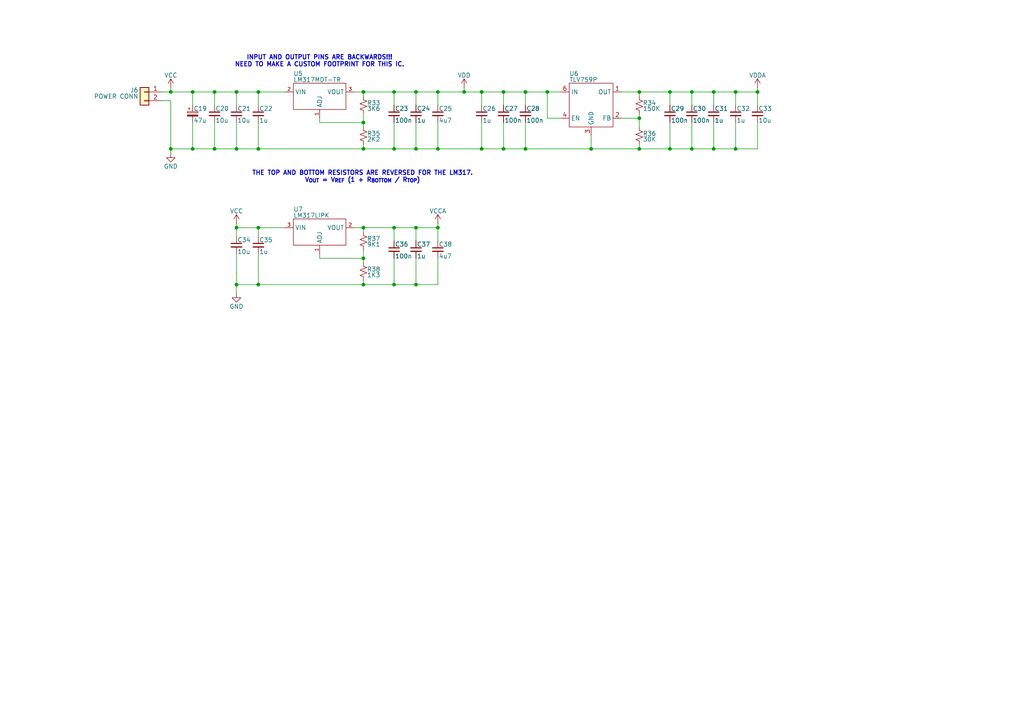
<source format=kicad_sch>
(kicad_sch
	(version 20231120)
	(generator "eeschema")
	(generator_version "8.0")
	(uuid "f39234ea-824e-4360-b162-cecd00309061")
	(paper "A4")
	(title_block
		(title "Benchy 2 Signal Generator - Power Supplies")
		(rev "REV2")
		(company "Daxxn Industries")
	)
	(lib_symbols
		(symbol "DX_Connector_JST:B2B-XH-A"
			(pin_names
				(offset 1.016) hide)
			(exclude_from_sim no)
			(in_bom yes)
			(on_board yes)
			(property "Reference" "J"
				(at 1.778 0.508 0)
				(effects
					(font
						(size 1.27 1.27)
					)
					(justify left)
				)
			)
			(property "Value" "B2B-XH-A"
				(at 1.778 -1.27 0)
				(effects
					(font
						(size 1.27 1.27)
					)
					(justify left)
				)
			)
			(property "Footprint" "Daxxn_Connectors_JST:B2B-XH-A"
				(at 0 5.588 0)
				(effects
					(font
						(size 1.27 1.27)
					)
					(hide yes)
				)
			)
			(property "Datasheet" "F:\\Electrical\\Datasheets\\eXH.pdf"
				(at 0 2.54 0)
				(effects
					(font
						(size 1.27 1.27)
					)
					(hide yes)
				)
			)
			(property "Description" "Connector Header Through Hole 2 position 0.098\" (2.50mm)"
				(at 0 4.064 0)
				(effects
					(font
						(size 1.27 1.27)
					)
					(hide yes)
				)
			)
			(property "ki_keywords" "connector jst xh 2pin"
				(at 0 0 0)
				(effects
					(font
						(size 1.27 1.27)
					)
					(hide yes)
				)
			)
			(property "ki_fp_filters" "Connector*:*_1x??_*"
				(at 0 0 0)
				(effects
					(font
						(size 1.27 1.27)
					)
					(hide yes)
				)
			)
			(symbol "B2B-XH-A_1_1"
				(rectangle
					(start -1.27 -2.413)
					(end 0 -2.667)
					(stroke
						(width 0.1524)
						(type default)
					)
					(fill
						(type none)
					)
				)
				(rectangle
					(start -1.27 0.127)
					(end 0 -0.127)
					(stroke
						(width 0.1524)
						(type default)
					)
					(fill
						(type none)
					)
				)
				(rectangle
					(start -1.27 1.27)
					(end 1.27 -3.81)
					(stroke
						(width 0.254)
						(type default)
					)
					(fill
						(type background)
					)
				)
				(pin passive line
					(at -5.08 0 0)
					(length 3.81)
					(name "Pin_1"
						(effects
							(font
								(size 1.27 1.27)
							)
						)
					)
					(number "1"
						(effects
							(font
								(size 1.27 1.27)
							)
						)
					)
				)
				(pin passive line
					(at -5.08 -2.54 0)
					(length 3.81)
					(name "Pin_2"
						(effects
							(font
								(size 1.27 1.27)
							)
						)
					)
					(number "2"
						(effects
							(font
								(size 1.27 1.27)
							)
						)
					)
				)
			)
		)
		(symbol "DX_Device:C"
			(pin_numbers hide)
			(pin_names
				(offset 0.254) hide)
			(exclude_from_sim no)
			(in_bom yes)
			(on_board yes)
			(property "Reference" "C"
				(at 0.254 1.524 0)
				(effects
					(font
						(size 1.27 1.27)
					)
					(justify left)
				)
			)
			(property "Value" "C"
				(at 0.254 -1.905 0)
				(effects
					(font
						(size 1.27 1.27)
					)
					(justify left)
				)
			)
			(property "Footprint" "Daxxn_Standard_Capacitors:CAP_0402"
				(at 0 5.842 0)
				(effects
					(font
						(size 1.27 1.27)
					)
					(hide yes)
				)
			)
			(property "Datasheet" "~"
				(at 0 6.858 0)
				(effects
					(font
						(size 1.27 1.27)
					)
					(hide yes)
				)
			)
			(property "Description" "Unpolarized Capacitor"
				(at 0 4.318 0)
				(effects
					(font
						(size 1.27 1.27)
					)
					(hide yes)
				)
			)
			(property "ki_keywords" "capacitor cap daxxn"
				(at 0 0 0)
				(effects
					(font
						(size 1.27 1.27)
					)
					(hide yes)
				)
			)
			(property "ki_fp_filters" "C_*"
				(at 0 0 0)
				(effects
					(font
						(size 1.27 1.27)
					)
					(hide yes)
				)
			)
			(symbol "C_0_1"
				(polyline
					(pts
						(xy -1.524 -0.508) (xy 1.524 -0.508)
					)
					(stroke
						(width 0.3302)
						(type default)
					)
					(fill
						(type none)
					)
				)
				(polyline
					(pts
						(xy -1.524 0.508) (xy 1.524 0.508)
					)
					(stroke
						(width 0.3048)
						(type default)
					)
					(fill
						(type none)
					)
				)
			)
			(symbol "C_1_1"
				(pin passive line
					(at 0 2.54 270)
					(length 2.032)
					(name "~"
						(effects
							(font
								(size 1.27 1.27)
							)
						)
					)
					(number "1"
						(effects
							(font
								(size 1.27 1.27)
							)
						)
					)
				)
				(pin passive line
					(at 0 -2.54 90)
					(length 2.032)
					(name "~"
						(effects
							(font
								(size 1.27 1.27)
							)
						)
					)
					(number "2"
						(effects
							(font
								(size 1.27 1.27)
							)
						)
					)
				)
			)
		)
		(symbol "DX_Device:C_Pol"
			(pin_numbers hide)
			(pin_names
				(offset 0.254) hide)
			(exclude_from_sim no)
			(in_bom yes)
			(on_board yes)
			(property "Reference" "C"
				(at 0.254 1.524 0)
				(effects
					(font
						(size 1.27 1.27)
					)
					(justify left)
				)
			)
			(property "Value" "C_Polar"
				(at 0.254 -1.905 0)
				(effects
					(font
						(size 1.27 1.27)
					)
					(justify left)
				)
			)
			(property "Footprint" ""
				(at 0 0 0)
				(effects
					(font
						(size 1.27 1.27)
					)
					(hide yes)
				)
			)
			(property "Datasheet" "~"
				(at 0 0 0)
				(effects
					(font
						(size 1.27 1.27)
					)
					(hide yes)
				)
			)
			(property "Description" "Polarized Capacitor"
				(at 0 0 0)
				(effects
					(font
						(size 1.27 1.27)
					)
					(hide yes)
				)
			)
			(property "ki_keywords" "cap capacitor polar daxxn"
				(at 0 0 0)
				(effects
					(font
						(size 1.27 1.27)
					)
					(hide yes)
				)
			)
			(property "ki_fp_filters" "CP_*"
				(at 0 0 0)
				(effects
					(font
						(size 1.27 1.27)
					)
					(hide yes)
				)
			)
			(symbol "C_Pol_0_1"
				(rectangle
					(start -1.524 -0.3048)
					(end 1.524 -0.6858)
					(stroke
						(width 0)
						(type default)
					)
					(fill
						(type outline)
					)
				)
				(rectangle
					(start -1.524 0.6858)
					(end 1.524 0.3048)
					(stroke
						(width 0)
						(type default)
					)
					(fill
						(type none)
					)
				)
				(polyline
					(pts
						(xy -1.27 1.524) (xy -0.762 1.524)
					)
					(stroke
						(width 0)
						(type default)
					)
					(fill
						(type none)
					)
				)
				(polyline
					(pts
						(xy -1.016 1.27) (xy -1.016 1.778)
					)
					(stroke
						(width 0)
						(type default)
					)
					(fill
						(type none)
					)
				)
			)
			(symbol "C_Pol_1_1"
				(pin passive line
					(at 0 2.54 270)
					(length 1.8542)
					(name "~"
						(effects
							(font
								(size 1.27 1.27)
							)
						)
					)
					(number "1"
						(effects
							(font
								(size 1.27 1.27)
							)
						)
					)
				)
				(pin passive line
					(at 0 -2.54 90)
					(length 1.8542)
					(name "~"
						(effects
							(font
								(size 1.27 1.27)
							)
						)
					)
					(number "2"
						(effects
							(font
								(size 1.27 1.27)
							)
						)
					)
				)
			)
		)
		(symbol "DX_Device:R"
			(pin_numbers hide)
			(pin_names
				(offset 0.254) hide)
			(exclude_from_sim no)
			(in_bom yes)
			(on_board yes)
			(property "Reference" "R"
				(at 1.016 0.635 0)
				(effects
					(font
						(size 1.27 1.27)
					)
					(justify left)
				)
			)
			(property "Value" "R"
				(at 1.016 -1.016 0)
				(effects
					(font
						(size 1.27 1.27)
					)
					(justify left)
				)
			)
			(property "Footprint" "Daxxn_Standard_Resistors:RES_0402"
				(at 0 5.334 0)
				(effects
					(font
						(size 1.27 1.27)
					)
					(hide yes)
				)
			)
			(property "Datasheet" "~"
				(at 0 6.35 0)
				(effects
					(font
						(size 1.27 1.27)
					)
					(hide yes)
				)
			)
			(property "Description" "Resistor"
				(at 0 3.81 0)
				(effects
					(font
						(size 1.27 1.27)
					)
					(hide yes)
				)
			)
			(property "ki_keywords" "r resistor daxxn"
				(at 0 0 0)
				(effects
					(font
						(size 1.27 1.27)
					)
					(hide yes)
				)
			)
			(property "ki_fp_filters" "R_*"
				(at 0 0 0)
				(effects
					(font
						(size 1.27 1.27)
					)
					(hide yes)
				)
			)
			(symbol "R_1_1"
				(polyline
					(pts
						(xy 0 0) (xy 1.016 -0.381) (xy 0 -0.762) (xy -1.016 -1.143) (xy 0 -1.524)
					)
					(stroke
						(width 0)
						(type default)
					)
					(fill
						(type none)
					)
				)
				(polyline
					(pts
						(xy 0 1.524) (xy 1.016 1.143) (xy 0 0.762) (xy -1.016 0.381) (xy 0 0)
					)
					(stroke
						(width 0)
						(type default)
					)
					(fill
						(type none)
					)
				)
				(pin passive line
					(at 0 2.54 270)
					(length 1.016)
					(name "~"
						(effects
							(font
								(size 1.27 1.27)
							)
						)
					)
					(number "1"
						(effects
							(font
								(size 1.27 1.27)
							)
						)
					)
				)
				(pin passive line
					(at 0 -2.54 90)
					(length 1.016)
					(name "~"
						(effects
							(font
								(size 1.27 1.27)
							)
						)
					)
					(number "2"
						(effects
							(font
								(size 1.27 1.27)
							)
						)
					)
				)
			)
		)
		(symbol "DX_IC_PMIC_Regulator_Linear:LM317LIPK"
			(exclude_from_sim no)
			(in_bom yes)
			(on_board yes)
			(property "Reference" "U"
				(at 0 2.794 0)
				(effects
					(font
						(size 1.27 1.27)
					)
					(justify left)
				)
			)
			(property "Value" "LM317LIPK"
				(at 0 1.016 0)
				(effects
					(font
						(size 1.27 1.27)
					)
					(justify left)
				)
			)
			(property "Footprint" "Daxxn_Packages:SOT-89-3"
				(at 7.62 5.08 0)
				(effects
					(font
						(size 1.27 1.27)
					)
					(hide yes)
				)
			)
			(property "Datasheet" "F:\\Electrical\\Datasheets\\LM317.pdf"
				(at 7.62 8.128 0)
				(effects
					(font
						(size 1.27 1.27)
					)
					(hide yes)
				)
			)
			(property "Description" "Linear Voltage Regulator IC Positive Adjustable 1 Output 100mA SOT-89-3"
				(at 7.62 6.604 0)
				(effects
					(font
						(size 1.27 1.27)
					)
					(hide yes)
				)
			)
			(property "ki_keywords" "ic regulator linear adjustable"
				(at 0 0 0)
				(effects
					(font
						(size 1.27 1.27)
					)
					(hide yes)
				)
			)
			(symbol "LM317LIPK_0_0"
				(pin input line
					(at 7.62 -10.16 90)
					(length 2.54)
					(name "ADJ"
						(effects
							(font
								(size 1.27 1.27)
							)
						)
					)
					(number "1"
						(effects
							(font
								(size 0.9906 0.9906)
							)
						)
					)
				)
			)
			(symbol "LM317LIPK_0_1"
				(rectangle
					(start 0 0)
					(end 15.24 -7.62)
					(stroke
						(width 0)
						(type default)
					)
					(fill
						(type none)
					)
				)
			)
			(symbol "LM317LIPK_1_0"
				(pin power_out line
					(at 17.78 -2.54 180)
					(length 2.54)
					(name "VOUT"
						(effects
							(font
								(size 1.27 1.27)
							)
						)
					)
					(number "2"
						(effects
							(font
								(size 0.9906 0.9906)
							)
						)
					)
				)
				(pin power_in line
					(at -2.54 -2.54 0)
					(length 2.54)
					(name "VIN"
						(effects
							(font
								(size 1.27 1.27)
							)
						)
					)
					(number "3"
						(effects
							(font
								(size 0.9906 0.9906)
							)
						)
					)
				)
			)
		)
		(symbol "DX_IC_PMIC_Regulator_Linear:LM317MDT-TR"
			(exclude_from_sim no)
			(in_bom yes)
			(on_board yes)
			(property "Reference" "U"
				(at 0 2.794 0)
				(effects
					(font
						(size 1.27 1.27)
					)
					(justify left)
				)
			)
			(property "Value" "LM317MDT-TR"
				(at 0 1.016 0)
				(effects
					(font
						(size 1.27 1.27)
					)
					(justify left)
				)
			)
			(property "Footprint" "Daxxn_Packages:TO-252-2"
				(at 7.62 5.08 0)
				(effects
					(font
						(size 1.27 1.27)
					)
					(hide yes)
				)
			)
			(property "Datasheet" "https://www.st.com/resource/en/datasheet/lm217m.pdf"
				(at 7.62 6.604 0)
				(effects
					(font
						(size 1.27 1.27)
					)
					(hide yes)
				)
			)
			(property "Description" "Linear Voltage Regulator IC Positive Adjustable 1 Output 500mA DPAK"
				(at 7.62 7.874 0)
				(effects
					(font
						(size 1.27 1.27)
					)
					(hide yes)
				)
			)
			(property "ki_keywords" "ic regulator linear adjustable"
				(at 0 0 0)
				(effects
					(font
						(size 1.27 1.27)
					)
					(hide yes)
				)
			)
			(symbol "LM317MDT-TR_0_0"
				(pin input line
					(at 7.62 -10.16 90)
					(length 2.54)
					(name "ADJ"
						(effects
							(font
								(size 1.27 1.27)
							)
						)
					)
					(number "1"
						(effects
							(font
								(size 0.9906 0.9906)
							)
						)
					)
				)
				(pin power_in line
					(at -2.54 -2.54 0)
					(length 2.54)
					(name "VIN"
						(effects
							(font
								(size 1.27 1.27)
							)
						)
					)
					(number "2"
						(effects
							(font
								(size 0.9906 0.9906)
							)
						)
					)
				)
				(pin power_out line
					(at 17.78 -2.54 180)
					(length 2.54)
					(name "VOUT"
						(effects
							(font
								(size 1.27 1.27)
							)
						)
					)
					(number "3"
						(effects
							(font
								(size 0.9906 0.9906)
							)
						)
					)
				)
			)
			(symbol "LM317MDT-TR_0_1"
				(rectangle
					(start 0 0)
					(end 15.24 -7.62)
					(stroke
						(width 0)
						(type default)
					)
					(fill
						(type none)
					)
				)
			)
		)
		(symbol "DX_IC_PMIC_Regulator_Linear:TLV75901P"
			(exclude_from_sim no)
			(in_bom yes)
			(on_board yes)
			(property "Reference" "U"
				(at 0 2.794 0)
				(effects
					(font
						(size 1.27 1.27)
					)
					(justify left)
				)
			)
			(property "Value" "TLV759P"
				(at 0 1.016 0)
				(effects
					(font
						(size 1.27 1.27)
					)
					(justify left)
				)
			)
			(property "Footprint" "Daxxn_Packages:DFN-6-1EP_2x2mm_P0.65mm_EP1x1.6mm"
				(at 0 6.858 0)
				(effects
					(font
						(size 1.27 1.27)
					)
					(justify left)
					(hide yes)
				)
			)
			(property "Datasheet" "%LOCAL_DATASHEETS%/TLV759P.pdf"
				(at 0 8.636 0)
				(effects
					(font
						(size 1.27 1.27)
					)
					(justify left)
					(hide yes)
				)
			)
			(property "Description" "Linear Voltage Regulator Adjustable 1A 6-WSON"
				(at 0 5.08 0)
				(effects
					(font
						(size 1.27 1.27)
					)
					(justify left)
					(hide yes)
				)
			)
			(property "ki_keywords" "linear regulator ldo 1a"
				(at 0 0 0)
				(effects
					(font
						(size 1.27 1.27)
					)
					(hide yes)
				)
			)
			(symbol "TLV75901P_0_0"
				(pin power_out line
					(at 15.24 -2.54 180)
					(length 2.54)
					(name "OUT"
						(effects
							(font
								(size 1.27 1.27)
							)
						)
					)
					(number "1"
						(effects
							(font
								(size 1.27 1.27)
							)
						)
					)
				)
				(pin input line
					(at 15.24 -10.16 180)
					(length 2.54)
					(name "FB"
						(effects
							(font
								(size 1.27 1.27)
							)
						)
					)
					(number "2"
						(effects
							(font
								(size 1.27 1.27)
							)
						)
					)
				)
				(pin power_in line
					(at 6.35 -15.24 90)
					(length 2.54)
					(name "GND"
						(effects
							(font
								(size 1.27 1.27)
							)
						)
					)
					(number "3"
						(effects
							(font
								(size 1.27 1.27)
							)
						)
					)
				)
				(pin input line
					(at -2.54 -10.16 0)
					(length 2.54)
					(name "EN"
						(effects
							(font
								(size 1.27 1.27)
							)
						)
					)
					(number "4"
						(effects
							(font
								(size 1.27 1.27)
							)
						)
					)
				)
				(pin no_connect line
					(at 5.08 -6.35 0)
					(length 2.54) hide
					(name "NC"
						(effects
							(font
								(size 1.27 1.27)
							)
						)
					)
					(number "5"
						(effects
							(font
								(size 1.27 1.27)
							)
						)
					)
				)
				(pin power_in line
					(at -2.54 -2.54 0)
					(length 2.54)
					(name "IN"
						(effects
							(font
								(size 1.27 1.27)
							)
						)
					)
					(number "6"
						(effects
							(font
								(size 1.27 1.27)
							)
						)
					)
				)
				(pin power_in line
					(at 6.35 -15.24 90)
					(length 2.54) hide
					(name "GND"
						(effects
							(font
								(size 1.27 1.27)
							)
						)
					)
					(number "7"
						(effects
							(font
								(size 1.27 1.27)
							)
						)
					)
				)
			)
			(symbol "TLV75901P_0_1"
				(rectangle
					(start 0 0)
					(end 12.7 -12.7)
					(stroke
						(width 0)
						(type default)
					)
					(fill
						(type none)
					)
				)
			)
		)
		(symbol "power:GND"
			(power)
			(pin_numbers hide)
			(pin_names
				(offset 0) hide)
			(exclude_from_sim no)
			(in_bom yes)
			(on_board yes)
			(property "Reference" "#PWR"
				(at 0 -6.35 0)
				(effects
					(font
						(size 1.27 1.27)
					)
					(hide yes)
				)
			)
			(property "Value" "GND"
				(at 0 -3.81 0)
				(effects
					(font
						(size 1.27 1.27)
					)
				)
			)
			(property "Footprint" ""
				(at 0 0 0)
				(effects
					(font
						(size 1.27 1.27)
					)
					(hide yes)
				)
			)
			(property "Datasheet" ""
				(at 0 0 0)
				(effects
					(font
						(size 1.27 1.27)
					)
					(hide yes)
				)
			)
			(property "Description" "Power symbol creates a global label with name \"GND\" , ground"
				(at 0 0 0)
				(effects
					(font
						(size 1.27 1.27)
					)
					(hide yes)
				)
			)
			(property "ki_keywords" "global power"
				(at 0 0 0)
				(effects
					(font
						(size 1.27 1.27)
					)
					(hide yes)
				)
			)
			(symbol "GND_0_1"
				(polyline
					(pts
						(xy 0 0) (xy 0 -1.27) (xy 1.27 -1.27) (xy 0 -2.54) (xy -1.27 -1.27) (xy 0 -1.27)
					)
					(stroke
						(width 0)
						(type default)
					)
					(fill
						(type none)
					)
				)
			)
			(symbol "GND_1_1"
				(pin power_in line
					(at 0 0 270)
					(length 0)
					(name "~"
						(effects
							(font
								(size 1.27 1.27)
							)
						)
					)
					(number "1"
						(effects
							(font
								(size 1.27 1.27)
							)
						)
					)
				)
			)
		)
		(symbol "power:VCC"
			(power)
			(pin_numbers hide)
			(pin_names
				(offset 0) hide)
			(exclude_from_sim no)
			(in_bom yes)
			(on_board yes)
			(property "Reference" "#PWR"
				(at 0 -3.81 0)
				(effects
					(font
						(size 1.27 1.27)
					)
					(hide yes)
				)
			)
			(property "Value" "VCC"
				(at 0 3.556 0)
				(effects
					(font
						(size 1.27 1.27)
					)
				)
			)
			(property "Footprint" ""
				(at 0 0 0)
				(effects
					(font
						(size 1.27 1.27)
					)
					(hide yes)
				)
			)
			(property "Datasheet" ""
				(at 0 0 0)
				(effects
					(font
						(size 1.27 1.27)
					)
					(hide yes)
				)
			)
			(property "Description" "Power symbol creates a global label with name \"VCC\""
				(at 0 0 0)
				(effects
					(font
						(size 1.27 1.27)
					)
					(hide yes)
				)
			)
			(property "ki_keywords" "global power"
				(at 0 0 0)
				(effects
					(font
						(size 1.27 1.27)
					)
					(hide yes)
				)
			)
			(symbol "VCC_0_1"
				(polyline
					(pts
						(xy -0.762 1.27) (xy 0 2.54)
					)
					(stroke
						(width 0)
						(type default)
					)
					(fill
						(type none)
					)
				)
				(polyline
					(pts
						(xy 0 0) (xy 0 2.54)
					)
					(stroke
						(width 0)
						(type default)
					)
					(fill
						(type none)
					)
				)
				(polyline
					(pts
						(xy 0 2.54) (xy 0.762 1.27)
					)
					(stroke
						(width 0)
						(type default)
					)
					(fill
						(type none)
					)
				)
			)
			(symbol "VCC_1_1"
				(pin power_in line
					(at 0 0 90)
					(length 0)
					(name "~"
						(effects
							(font
								(size 1.27 1.27)
							)
						)
					)
					(number "1"
						(effects
							(font
								(size 1.27 1.27)
							)
						)
					)
				)
			)
		)
		(symbol "power:VDD"
			(power)
			(pin_numbers hide)
			(pin_names
				(offset 0) hide)
			(exclude_from_sim no)
			(in_bom yes)
			(on_board yes)
			(property "Reference" "#PWR"
				(at 0 -3.81 0)
				(effects
					(font
						(size 1.27 1.27)
					)
					(hide yes)
				)
			)
			(property "Value" "VDD"
				(at 0 3.556 0)
				(effects
					(font
						(size 1.27 1.27)
					)
				)
			)
			(property "Footprint" ""
				(at 0 0 0)
				(effects
					(font
						(size 1.27 1.27)
					)
					(hide yes)
				)
			)
			(property "Datasheet" ""
				(at 0 0 0)
				(effects
					(font
						(size 1.27 1.27)
					)
					(hide yes)
				)
			)
			(property "Description" "Power symbol creates a global label with name \"VDD\""
				(at 0 0 0)
				(effects
					(font
						(size 1.27 1.27)
					)
					(hide yes)
				)
			)
			(property "ki_keywords" "global power"
				(at 0 0 0)
				(effects
					(font
						(size 1.27 1.27)
					)
					(hide yes)
				)
			)
			(symbol "VDD_0_1"
				(polyline
					(pts
						(xy -0.762 1.27) (xy 0 2.54)
					)
					(stroke
						(width 0)
						(type default)
					)
					(fill
						(type none)
					)
				)
				(polyline
					(pts
						(xy 0 0) (xy 0 2.54)
					)
					(stroke
						(width 0)
						(type default)
					)
					(fill
						(type none)
					)
				)
				(polyline
					(pts
						(xy 0 2.54) (xy 0.762 1.27)
					)
					(stroke
						(width 0)
						(type default)
					)
					(fill
						(type none)
					)
				)
			)
			(symbol "VDD_1_1"
				(pin power_in line
					(at 0 0 90)
					(length 0)
					(name "~"
						(effects
							(font
								(size 1.27 1.27)
							)
						)
					)
					(number "1"
						(effects
							(font
								(size 1.27 1.27)
							)
						)
					)
				)
			)
		)
		(symbol "power:VDDA"
			(power)
			(pin_numbers hide)
			(pin_names
				(offset 0) hide)
			(exclude_from_sim no)
			(in_bom yes)
			(on_board yes)
			(property "Reference" "#PWR"
				(at 0 -3.81 0)
				(effects
					(font
						(size 1.27 1.27)
					)
					(hide yes)
				)
			)
			(property "Value" "VDDA"
				(at 0 3.556 0)
				(effects
					(font
						(size 1.27 1.27)
					)
				)
			)
			(property "Footprint" ""
				(at 0 0 0)
				(effects
					(font
						(size 1.27 1.27)
					)
					(hide yes)
				)
			)
			(property "Datasheet" ""
				(at 0 0 0)
				(effects
					(font
						(size 1.27 1.27)
					)
					(hide yes)
				)
			)
			(property "Description" "Power symbol creates a global label with name \"VDDA\""
				(at 0 0 0)
				(effects
					(font
						(size 1.27 1.27)
					)
					(hide yes)
				)
			)
			(property "ki_keywords" "global power"
				(at 0 0 0)
				(effects
					(font
						(size 1.27 1.27)
					)
					(hide yes)
				)
			)
			(symbol "VDDA_0_1"
				(polyline
					(pts
						(xy -0.762 1.27) (xy 0 2.54)
					)
					(stroke
						(width 0)
						(type default)
					)
					(fill
						(type none)
					)
				)
				(polyline
					(pts
						(xy 0 0) (xy 0 2.54)
					)
					(stroke
						(width 0)
						(type default)
					)
					(fill
						(type none)
					)
				)
				(polyline
					(pts
						(xy 0 2.54) (xy 0.762 1.27)
					)
					(stroke
						(width 0)
						(type default)
					)
					(fill
						(type none)
					)
				)
			)
			(symbol "VDDA_1_1"
				(pin power_in line
					(at 0 0 90)
					(length 0)
					(name "~"
						(effects
							(font
								(size 1.27 1.27)
							)
						)
					)
					(number "1"
						(effects
							(font
								(size 1.27 1.27)
							)
						)
					)
				)
			)
		)
	)
	(junction
		(at 120.65 82.55)
		(diameter 0)
		(color 0 0 0 0)
		(uuid "0227f3ee-3807-46c9-b969-d53c7f94742b")
	)
	(junction
		(at 213.36 26.67)
		(diameter 0)
		(color 0 0 0 0)
		(uuid "061cab81-604a-4983-98d0-d065a11872cc")
	)
	(junction
		(at 219.71 26.67)
		(diameter 0)
		(color 0 0 0 0)
		(uuid "0f0e219c-40dc-42ac-b4cb-2cc54e7a87ed")
	)
	(junction
		(at 105.41 35.56)
		(diameter 0)
		(color 0 0 0 0)
		(uuid "11890f02-edf8-4f5e-8744-d101d5d1e565")
	)
	(junction
		(at 49.53 26.67)
		(diameter 0)
		(color 0 0 0 0)
		(uuid "16466e9e-81eb-49cb-8574-26169e39580c")
	)
	(junction
		(at 105.41 66.04)
		(diameter 0)
		(color 0 0 0 0)
		(uuid "169af72c-d38e-4112-aac9-ae3dafbf677c")
	)
	(junction
		(at 105.41 82.55)
		(diameter 0)
		(color 0 0 0 0)
		(uuid "17570ea7-e4df-472c-b47a-97fc9beac42a")
	)
	(junction
		(at 114.3 26.67)
		(diameter 0)
		(color 0 0 0 0)
		(uuid "1aed683f-93c4-491d-8e52-a4fb8ab1e8a6")
	)
	(junction
		(at 213.36 43.18)
		(diameter 0)
		(color 0 0 0 0)
		(uuid "1b27ce9c-9bb4-407d-9292-e0a2cb108b3a")
	)
	(junction
		(at 55.88 26.67)
		(diameter 0)
		(color 0 0 0 0)
		(uuid "1d3ef44f-0f5e-4431-a3e6-ef0a6464405e")
	)
	(junction
		(at 194.31 26.67)
		(diameter 0)
		(color 0 0 0 0)
		(uuid "200b5b4b-0040-4116-8c53-e18938a9547e")
	)
	(junction
		(at 194.31 43.18)
		(diameter 0)
		(color 0 0 0 0)
		(uuid "226da1a8-e38f-4772-806b-dc74c373b254")
	)
	(junction
		(at 200.66 43.18)
		(diameter 0)
		(color 0 0 0 0)
		(uuid "24abe6f9-d814-4136-a084-11cc6d9e733d")
	)
	(junction
		(at 62.23 43.18)
		(diameter 0)
		(color 0 0 0 0)
		(uuid "2dbb05c6-5013-4194-8cc4-2625589ca045")
	)
	(junction
		(at 120.65 26.67)
		(diameter 0)
		(color 0 0 0 0)
		(uuid "2f04aa25-4960-4266-aa75-13742b55e797")
	)
	(junction
		(at 105.41 74.93)
		(diameter 0)
		(color 0 0 0 0)
		(uuid "41c810f1-dc3c-497b-8001-a71582cbaac8")
	)
	(junction
		(at 114.3 82.55)
		(diameter 0)
		(color 0 0 0 0)
		(uuid "489e7c77-3a6e-4bba-aaa8-76adf97135f7")
	)
	(junction
		(at 49.53 43.18)
		(diameter 0)
		(color 0 0 0 0)
		(uuid "4ad3dab6-6985-4557-9eef-877b658d8422")
	)
	(junction
		(at 171.45 43.18)
		(diameter 0)
		(color 0 0 0 0)
		(uuid "4e37197f-810c-47b3-a888-ced2c5d0887c")
	)
	(junction
		(at 74.93 82.55)
		(diameter 0)
		(color 0 0 0 0)
		(uuid "50082cdd-e0ae-4a3d-9d86-a78c6ceeacbd")
	)
	(junction
		(at 185.42 26.67)
		(diameter 0)
		(color 0 0 0 0)
		(uuid "6071af03-eb85-4246-b9d6-aa188c3a046c")
	)
	(junction
		(at 68.58 66.04)
		(diameter 0)
		(color 0 0 0 0)
		(uuid "65461b1f-6339-4122-8914-81fb71d3304d")
	)
	(junction
		(at 146.05 26.67)
		(diameter 0)
		(color 0 0 0 0)
		(uuid "6547a8c2-d14f-42fa-b2f1-1edfb64385a0")
	)
	(junction
		(at 120.65 43.18)
		(diameter 0)
		(color 0 0 0 0)
		(uuid "6699641a-1946-4c02-9a1d-ba7ffe1c71cb")
	)
	(junction
		(at 207.01 43.18)
		(diameter 0)
		(color 0 0 0 0)
		(uuid "67723e5b-3b4f-44e1-aa8f-960000d38882")
	)
	(junction
		(at 105.41 43.18)
		(diameter 0)
		(color 0 0 0 0)
		(uuid "686aa170-8977-4c30-bb39-2d1d4c05840d")
	)
	(junction
		(at 120.65 66.04)
		(diameter 0)
		(color 0 0 0 0)
		(uuid "69529733-189e-41af-887c-8cd3c5eb093c")
	)
	(junction
		(at 68.58 43.18)
		(diameter 0)
		(color 0 0 0 0)
		(uuid "6b7f04a0-f509-4465-a8f9-3b68cebc3eb0")
	)
	(junction
		(at 127 43.18)
		(diameter 0)
		(color 0 0 0 0)
		(uuid "6fc1f285-41ae-4936-9abc-ae99d81141f8")
	)
	(junction
		(at 62.23 26.67)
		(diameter 0)
		(color 0 0 0 0)
		(uuid "70153900-0b47-42c6-831e-aaed8ac52699")
	)
	(junction
		(at 185.42 43.18)
		(diameter 0)
		(color 0 0 0 0)
		(uuid "81d33d63-369b-4ec2-8d92-8853305b871d")
	)
	(junction
		(at 68.58 26.67)
		(diameter 0)
		(color 0 0 0 0)
		(uuid "87afe90a-6949-4b74-8d0b-4283f5cd5089")
	)
	(junction
		(at 185.42 34.29)
		(diameter 0)
		(color 0 0 0 0)
		(uuid "8faee7e8-166e-4875-8845-c578c766da6f")
	)
	(junction
		(at 127 26.67)
		(diameter 0)
		(color 0 0 0 0)
		(uuid "92d2d809-5c60-4b9a-9ec2-61404cb0aee7")
	)
	(junction
		(at 68.58 82.55)
		(diameter 0)
		(color 0 0 0 0)
		(uuid "948f1812-ce76-45d2-a34d-32762544012f")
	)
	(junction
		(at 139.7 26.67)
		(diameter 0)
		(color 0 0 0 0)
		(uuid "9c8514a4-ee18-4f87-ad1d-95ed18088a28")
	)
	(junction
		(at 74.93 43.18)
		(diameter 0)
		(color 0 0 0 0)
		(uuid "a9f63788-5f6c-4b48-8990-81f0ff5acae2")
	)
	(junction
		(at 74.93 26.67)
		(diameter 0)
		(color 0 0 0 0)
		(uuid "b22a1fe8-053a-4602-b56b-d140d9509e77")
	)
	(junction
		(at 146.05 43.18)
		(diameter 0)
		(color 0 0 0 0)
		(uuid "c085c838-4225-4b92-87b7-900715824d5d")
	)
	(junction
		(at 200.66 26.67)
		(diameter 0)
		(color 0 0 0 0)
		(uuid "c0ede38a-5327-47d0-b883-63a0a6099cd7")
	)
	(junction
		(at 207.01 26.67)
		(diameter 0)
		(color 0 0 0 0)
		(uuid "c39f5918-e1be-4063-8243-dcee3e77dfa7")
	)
	(junction
		(at 114.3 66.04)
		(diameter 0)
		(color 0 0 0 0)
		(uuid "cfd4da77-1a91-4c2e-86f5-f6418baaa0b3")
	)
	(junction
		(at 55.88 43.18)
		(diameter 0)
		(color 0 0 0 0)
		(uuid "d5703535-9161-4268-9525-308a242d42b9")
	)
	(junction
		(at 134.62 26.67)
		(diameter 0)
		(color 0 0 0 0)
		(uuid "d9fb4639-f4d9-4511-97d3-993cbb8436cf")
	)
	(junction
		(at 139.7 43.18)
		(diameter 0)
		(color 0 0 0 0)
		(uuid "da26c253-ee1c-4002-83f6-25c81a1d1c80")
	)
	(junction
		(at 74.93 66.04)
		(diameter 0)
		(color 0 0 0 0)
		(uuid "dedd871b-1373-4c12-bf68-18c2506803b8")
	)
	(junction
		(at 127 66.04)
		(diameter 0)
		(color 0 0 0 0)
		(uuid "e1a1938a-eb22-41f3-8273-0fa1aace7545")
	)
	(junction
		(at 152.4 26.67)
		(diameter 0)
		(color 0 0 0 0)
		(uuid "e78ba5b3-86f3-4b58-a164-571afac549c0")
	)
	(junction
		(at 105.41 26.67)
		(diameter 0)
		(color 0 0 0 0)
		(uuid "e8f9d03e-ae01-4915-a1bf-9e3f00afd800")
	)
	(junction
		(at 152.4 43.18)
		(diameter 0)
		(color 0 0 0 0)
		(uuid "eb8da2e8-6db6-4937-85d1-b4c694391d91")
	)
	(junction
		(at 158.75 26.67)
		(diameter 0)
		(color 0 0 0 0)
		(uuid "f6dd6f6d-168b-4465-a220-08a27e4a39cb")
	)
	(junction
		(at 114.3 43.18)
		(diameter 0)
		(color 0 0 0 0)
		(uuid "f7e54f4c-c264-42e5-aa9b-7bc411e03606")
	)
	(wire
		(pts
			(xy 55.88 26.67) (xy 62.23 26.67)
		)
		(stroke
			(width 0)
			(type default)
		)
		(uuid "05372de3-1592-4c3c-be4c-f3f128c883ff")
	)
	(wire
		(pts
			(xy 114.3 26.67) (xy 114.3 30.48)
		)
		(stroke
			(width 0)
			(type default)
		)
		(uuid "080204fe-290c-42d7-92b6-af0aadad5abd")
	)
	(wire
		(pts
			(xy 180.34 34.29) (xy 185.42 34.29)
		)
		(stroke
			(width 0)
			(type default)
		)
		(uuid "0a41e727-7954-4dd2-b8ac-8c3cfa70b349")
	)
	(wire
		(pts
			(xy 105.41 66.04) (xy 114.3 66.04)
		)
		(stroke
			(width 0)
			(type default)
		)
		(uuid "0e18576e-c6ee-4095-89d2-9fa2764dfbd5")
	)
	(wire
		(pts
			(xy 152.4 26.67) (xy 158.75 26.67)
		)
		(stroke
			(width 0)
			(type default)
		)
		(uuid "0e723c43-883b-452a-9fe4-02a918640797")
	)
	(wire
		(pts
			(xy 105.41 82.55) (xy 114.3 82.55)
		)
		(stroke
			(width 0)
			(type default)
		)
		(uuid "0f90d93f-b4b6-468c-a375-079d91b16f8c")
	)
	(wire
		(pts
			(xy 180.34 26.67) (xy 185.42 26.67)
		)
		(stroke
			(width 0)
			(type default)
		)
		(uuid "1035253c-25be-416c-81a5-bd3a338d39a4")
	)
	(wire
		(pts
			(xy 68.58 43.18) (xy 74.93 43.18)
		)
		(stroke
			(width 0)
			(type default)
		)
		(uuid "11e45b26-720e-42f9-a7f6-4469b785affd")
	)
	(wire
		(pts
			(xy 207.01 26.67) (xy 213.36 26.67)
		)
		(stroke
			(width 0)
			(type default)
		)
		(uuid "14658b3a-de90-43c2-bb14-acd04a6d9c4f")
	)
	(wire
		(pts
			(xy 114.3 82.55) (xy 120.65 82.55)
		)
		(stroke
			(width 0)
			(type default)
		)
		(uuid "1529e150-09ff-4fa8-aa97-2b6044e31aa4")
	)
	(wire
		(pts
			(xy 62.23 26.67) (xy 68.58 26.67)
		)
		(stroke
			(width 0)
			(type default)
		)
		(uuid "1875a655-3b92-4706-a289-abda630ecee1")
	)
	(wire
		(pts
			(xy 68.58 82.55) (xy 68.58 73.66)
		)
		(stroke
			(width 0)
			(type default)
		)
		(uuid "18870278-38de-45dd-a8fb-a5c39f21a181")
	)
	(wire
		(pts
			(xy 92.71 35.56) (xy 92.71 34.29)
		)
		(stroke
			(width 0)
			(type default)
		)
		(uuid "1a164f86-f19d-496f-9492-ede14ac3c3d9")
	)
	(wire
		(pts
			(xy 68.58 82.55) (xy 74.93 82.55)
		)
		(stroke
			(width 0)
			(type default)
		)
		(uuid "1c1ad25e-0ccf-43a0-a141-58e384d54dbc")
	)
	(wire
		(pts
			(xy 68.58 64.77) (xy 68.58 66.04)
		)
		(stroke
			(width 0)
			(type default)
		)
		(uuid "1c2d5e41-1ad3-48c2-89aa-cd9775e010db")
	)
	(wire
		(pts
			(xy 74.93 82.55) (xy 105.41 82.55)
		)
		(stroke
			(width 0)
			(type default)
		)
		(uuid "1c744da9-b7e6-4cd0-a5d9-013ab4e57259")
	)
	(wire
		(pts
			(xy 127 26.67) (xy 127 30.48)
		)
		(stroke
			(width 0)
			(type default)
		)
		(uuid "1d3d6c7c-639b-4929-9c8f-c7891d037074")
	)
	(wire
		(pts
			(xy 105.41 41.91) (xy 105.41 43.18)
		)
		(stroke
			(width 0)
			(type default)
		)
		(uuid "1e255e75-c122-411e-9f24-aba06f75387f")
	)
	(wire
		(pts
			(xy 219.71 25.4) (xy 219.71 26.67)
		)
		(stroke
			(width 0)
			(type default)
		)
		(uuid "20d23ab2-8f68-4d67-8bdc-024c33242f6c")
	)
	(wire
		(pts
			(xy 207.01 35.56) (xy 207.01 43.18)
		)
		(stroke
			(width 0)
			(type default)
		)
		(uuid "20f7ecef-0b02-4884-9d72-a810c53768a3")
	)
	(wire
		(pts
			(xy 62.23 35.56) (xy 62.23 43.18)
		)
		(stroke
			(width 0)
			(type default)
		)
		(uuid "21aa1a1f-7e84-4a9b-bc43-17c2c396ecce")
	)
	(wire
		(pts
			(xy 46.99 29.21) (xy 49.53 29.21)
		)
		(stroke
			(width 0)
			(type default)
		)
		(uuid "234ddac0-b8bf-4c64-800f-d1a2b6cda882")
	)
	(wire
		(pts
			(xy 162.56 34.29) (xy 158.75 34.29)
		)
		(stroke
			(width 0)
			(type default)
		)
		(uuid "23b56e8e-e495-4176-843a-41d002b2e7ff")
	)
	(wire
		(pts
			(xy 213.36 26.67) (xy 213.36 30.48)
		)
		(stroke
			(width 0)
			(type default)
		)
		(uuid "2fabd9c9-4659-4ef2-9c1b-ea0431d3d053")
	)
	(wire
		(pts
			(xy 171.45 39.37) (xy 171.45 43.18)
		)
		(stroke
			(width 0)
			(type default)
		)
		(uuid "317091b7-5ce3-42a6-83d9-7e70124e8a5d")
	)
	(wire
		(pts
			(xy 127 43.18) (xy 139.7 43.18)
		)
		(stroke
			(width 0)
			(type default)
		)
		(uuid "365e8a29-2961-4c06-a9a2-d6ebc94534c3")
	)
	(wire
		(pts
			(xy 74.93 26.67) (xy 82.55 26.67)
		)
		(stroke
			(width 0)
			(type default)
		)
		(uuid "387e51dd-5244-4b37-b3ff-60cc11354e4a")
	)
	(wire
		(pts
			(xy 139.7 26.67) (xy 146.05 26.67)
		)
		(stroke
			(width 0)
			(type default)
		)
		(uuid "3f8ad1d4-ed5f-4b46-bb0e-e05ef14d609a")
	)
	(wire
		(pts
			(xy 185.42 26.67) (xy 185.42 27.94)
		)
		(stroke
			(width 0)
			(type default)
		)
		(uuid "44a6f560-84f7-4df1-b399-348238f86ab3")
	)
	(wire
		(pts
			(xy 114.3 66.04) (xy 114.3 69.85)
		)
		(stroke
			(width 0)
			(type default)
		)
		(uuid "45c51064-5969-4821-bb6d-2d0ed8651fdd")
	)
	(wire
		(pts
			(xy 200.66 35.56) (xy 200.66 43.18)
		)
		(stroke
			(width 0)
			(type default)
		)
		(uuid "48129718-54e2-4b1b-b1de-31aabaa6f1c3")
	)
	(wire
		(pts
			(xy 139.7 43.18) (xy 146.05 43.18)
		)
		(stroke
			(width 0)
			(type default)
		)
		(uuid "493ed1fd-57e2-441b-b2d4-457c57a08cba")
	)
	(wire
		(pts
			(xy 152.4 35.56) (xy 152.4 43.18)
		)
		(stroke
			(width 0)
			(type default)
		)
		(uuid "493f3cc7-8588-499c-b4be-8604fead225e")
	)
	(wire
		(pts
			(xy 102.87 66.04) (xy 105.41 66.04)
		)
		(stroke
			(width 0)
			(type default)
		)
		(uuid "4c0e054a-07a4-4ab1-9633-b201db68e3eb")
	)
	(wire
		(pts
			(xy 74.93 66.04) (xy 82.55 66.04)
		)
		(stroke
			(width 0)
			(type default)
		)
		(uuid "4fd74c3c-7505-4477-afdf-6a6e9919ff8c")
	)
	(wire
		(pts
			(xy 105.41 35.56) (xy 105.41 36.83)
		)
		(stroke
			(width 0)
			(type default)
		)
		(uuid "4ff46e40-4d9b-4825-ac16-863773ac7cb2")
	)
	(wire
		(pts
			(xy 92.71 35.56) (xy 105.41 35.56)
		)
		(stroke
			(width 0)
			(type default)
		)
		(uuid "504c9585-3f48-4686-95d3-7bc0c2c9c482")
	)
	(wire
		(pts
			(xy 68.58 66.04) (xy 74.93 66.04)
		)
		(stroke
			(width 0)
			(type default)
		)
		(uuid "53cb95ad-1826-4985-a137-06a6868d6b2c")
	)
	(wire
		(pts
			(xy 46.99 26.67) (xy 49.53 26.67)
		)
		(stroke
			(width 0)
			(type default)
		)
		(uuid "556d0cfb-517e-488c-b446-fcac05bd32d8")
	)
	(wire
		(pts
			(xy 200.66 26.67) (xy 207.01 26.67)
		)
		(stroke
			(width 0)
			(type default)
		)
		(uuid "566ec626-a168-4e9f-ab75-564484bb3012")
	)
	(wire
		(pts
			(xy 68.58 68.58) (xy 68.58 66.04)
		)
		(stroke
			(width 0)
			(type default)
		)
		(uuid "58764c2c-8b51-476c-a26f-77595f1c5693")
	)
	(wire
		(pts
			(xy 49.53 43.18) (xy 49.53 44.45)
		)
		(stroke
			(width 0)
			(type default)
		)
		(uuid "58bccba6-f46b-43f9-9675-c59c6f1db5ed")
	)
	(wire
		(pts
			(xy 194.31 35.56) (xy 194.31 43.18)
		)
		(stroke
			(width 0)
			(type default)
		)
		(uuid "5a088447-38d3-4c41-ba2f-726435850f68")
	)
	(wire
		(pts
			(xy 49.53 43.18) (xy 55.88 43.18)
		)
		(stroke
			(width 0)
			(type default)
		)
		(uuid "5a25c3ec-d3e2-4e3e-82a4-57c9b4c4b87f")
	)
	(wire
		(pts
			(xy 120.65 82.55) (xy 127 82.55)
		)
		(stroke
			(width 0)
			(type default)
		)
		(uuid "5e2c429b-d2be-4ef4-8649-47d40bcde971")
	)
	(wire
		(pts
			(xy 55.88 26.67) (xy 55.88 30.48)
		)
		(stroke
			(width 0)
			(type default)
		)
		(uuid "61f2117d-cf10-4aa2-b635-bacdf05b3983")
	)
	(wire
		(pts
			(xy 120.65 66.04) (xy 120.65 69.85)
		)
		(stroke
			(width 0)
			(type default)
		)
		(uuid "6353ab0b-3d16-47c2-8ea8-bc98d62ebc4a")
	)
	(wire
		(pts
			(xy 146.05 26.67) (xy 152.4 26.67)
		)
		(stroke
			(width 0)
			(type default)
		)
		(uuid "6820c4be-46f4-4410-b40c-397528ef2ce8")
	)
	(wire
		(pts
			(xy 134.62 26.67) (xy 139.7 26.67)
		)
		(stroke
			(width 0)
			(type default)
		)
		(uuid "685ba86a-dcd3-4ccf-b0ae-e0de16611f10")
	)
	(wire
		(pts
			(xy 158.75 26.67) (xy 162.56 26.67)
		)
		(stroke
			(width 0)
			(type default)
		)
		(uuid "68ccb853-e93f-4e5f-863d-20e5d6eea73d")
	)
	(wire
		(pts
			(xy 146.05 26.67) (xy 146.05 30.48)
		)
		(stroke
			(width 0)
			(type default)
		)
		(uuid "6bf7a3a0-bc12-45a1-8894-ea090da99e1b")
	)
	(wire
		(pts
			(xy 213.36 35.56) (xy 213.36 43.18)
		)
		(stroke
			(width 0)
			(type default)
		)
		(uuid "70799e56-c1e2-45b9-90fd-ce9b4251f579")
	)
	(wire
		(pts
			(xy 74.93 26.67) (xy 74.93 30.48)
		)
		(stroke
			(width 0)
			(type default)
		)
		(uuid "7686f8d3-e8ce-4e49-bbf6-7485f8d10f57")
	)
	(wire
		(pts
			(xy 49.53 26.67) (xy 55.88 26.67)
		)
		(stroke
			(width 0)
			(type default)
		)
		(uuid "794860af-943d-4dc9-a342-5edb96d5ec69")
	)
	(wire
		(pts
			(xy 114.3 26.67) (xy 120.65 26.67)
		)
		(stroke
			(width 0)
			(type default)
		)
		(uuid "7aa805ca-5f84-4332-889a-11d79ba0bae3")
	)
	(wire
		(pts
			(xy 127 26.67) (xy 134.62 26.67)
		)
		(stroke
			(width 0)
			(type default)
		)
		(uuid "7cf739f3-974a-49e1-81c6-0457dd864968")
	)
	(wire
		(pts
			(xy 120.65 26.67) (xy 120.65 30.48)
		)
		(stroke
			(width 0)
			(type default)
		)
		(uuid "7d1af2a5-8221-4242-80b0-2e49eecd0f2c")
	)
	(wire
		(pts
			(xy 185.42 41.91) (xy 185.42 43.18)
		)
		(stroke
			(width 0)
			(type default)
		)
		(uuid "7eb020c5-d31f-4e9e-9c0c-7485b2cb40d3")
	)
	(wire
		(pts
			(xy 139.7 26.67) (xy 139.7 30.48)
		)
		(stroke
			(width 0)
			(type default)
		)
		(uuid "805930b3-1914-4a08-bd6a-065287434115")
	)
	(wire
		(pts
			(xy 185.42 43.18) (xy 194.31 43.18)
		)
		(stroke
			(width 0)
			(type default)
		)
		(uuid "816d2182-d534-45e9-ac4c-2a827ce220e5")
	)
	(wire
		(pts
			(xy 68.58 26.67) (xy 74.93 26.67)
		)
		(stroke
			(width 0)
			(type default)
		)
		(uuid "83bc0b59-8780-4ad6-b88b-9c6d72d20528")
	)
	(wire
		(pts
			(xy 127 66.04) (xy 127 69.85)
		)
		(stroke
			(width 0)
			(type default)
		)
		(uuid "880c1b58-43e0-4853-a8b2-7bca77989d4a")
	)
	(wire
		(pts
			(xy 68.58 35.56) (xy 68.58 43.18)
		)
		(stroke
			(width 0)
			(type default)
		)
		(uuid "896eaed1-40fc-4810-8f59-e1238462a5a2")
	)
	(wire
		(pts
			(xy 114.3 43.18) (xy 120.65 43.18)
		)
		(stroke
			(width 0)
			(type default)
		)
		(uuid "8b0dc3ad-1bd0-4f3b-ab84-b6d0914e9776")
	)
	(wire
		(pts
			(xy 185.42 34.29) (xy 185.42 36.83)
		)
		(stroke
			(width 0)
			(type default)
		)
		(uuid "8c55039f-947e-4735-882f-5eb5b103a990")
	)
	(wire
		(pts
			(xy 114.3 74.93) (xy 114.3 82.55)
		)
		(stroke
			(width 0)
			(type default)
		)
		(uuid "91ebe171-8c58-41e7-9959-70eb1a5a68d5")
	)
	(wire
		(pts
			(xy 127 66.04) (xy 127 64.77)
		)
		(stroke
			(width 0)
			(type default)
		)
		(uuid "9437723e-2719-4690-a33d-c818df0d244a")
	)
	(wire
		(pts
			(xy 127 74.93) (xy 127 82.55)
		)
		(stroke
			(width 0)
			(type default)
		)
		(uuid "982e1fcf-a2e2-43b5-8602-f57beec966f4")
	)
	(wire
		(pts
			(xy 105.41 26.67) (xy 114.3 26.67)
		)
		(stroke
			(width 0)
			(type default)
		)
		(uuid "98beb98c-bd06-4a09-b8f2-df0df9115004")
	)
	(wire
		(pts
			(xy 102.87 26.67) (xy 105.41 26.67)
		)
		(stroke
			(width 0)
			(type default)
		)
		(uuid "98c46816-4c05-4e4b-b48c-794b9a179cb9")
	)
	(wire
		(pts
			(xy 105.41 81.28) (xy 105.41 82.55)
		)
		(stroke
			(width 0)
			(type default)
		)
		(uuid "9cac9617-4ad6-4603-80fa-8908d5937099")
	)
	(wire
		(pts
			(xy 62.23 43.18) (xy 68.58 43.18)
		)
		(stroke
			(width 0)
			(type default)
		)
		(uuid "9ebe7601-64b6-4446-bfce-0a7d44f48799")
	)
	(wire
		(pts
			(xy 200.66 43.18) (xy 207.01 43.18)
		)
		(stroke
			(width 0)
			(type default)
		)
		(uuid "9f185f20-c5a0-4528-9f49-bb85c44ec901")
	)
	(wire
		(pts
			(xy 146.05 43.18) (xy 152.4 43.18)
		)
		(stroke
			(width 0)
			(type default)
		)
		(uuid "9f62c532-ca8b-4139-987b-f28667cd4971")
	)
	(wire
		(pts
			(xy 200.66 26.67) (xy 200.66 30.48)
		)
		(stroke
			(width 0)
			(type default)
		)
		(uuid "a29f8cb3-eae0-40a7-8959-ae203c78d16d")
	)
	(wire
		(pts
			(xy 92.71 73.66) (xy 92.71 74.93)
		)
		(stroke
			(width 0)
			(type default)
		)
		(uuid "a32cef8e-ed54-49e5-9c5f-b3dfdaef2e7a")
	)
	(wire
		(pts
			(xy 49.53 26.67) (xy 49.53 25.4)
		)
		(stroke
			(width 0)
			(type default)
		)
		(uuid "a3774512-2547-4d6e-a0ae-598a45c10785")
	)
	(wire
		(pts
			(xy 120.65 26.67) (xy 127 26.67)
		)
		(stroke
			(width 0)
			(type default)
		)
		(uuid "a3787aa2-608b-42ae-93e3-1fd178026e62")
	)
	(wire
		(pts
			(xy 120.65 66.04) (xy 127 66.04)
		)
		(stroke
			(width 0)
			(type default)
		)
		(uuid "ab04a03e-869d-46f5-a335-abbed20a6a9b")
	)
	(wire
		(pts
			(xy 49.53 29.21) (xy 49.53 43.18)
		)
		(stroke
			(width 0)
			(type default)
		)
		(uuid "ad974ed9-ed6f-43a6-8b0c-3bbdfc405a69")
	)
	(wire
		(pts
			(xy 213.36 43.18) (xy 219.71 43.18)
		)
		(stroke
			(width 0)
			(type default)
		)
		(uuid "af1aff31-ea0b-490f-83be-b961e7099f48")
	)
	(wire
		(pts
			(xy 185.42 33.02) (xy 185.42 34.29)
		)
		(stroke
			(width 0)
			(type default)
		)
		(uuid "af9704c5-8c2d-4a09-9c03-fa0fd07fe7ed")
	)
	(wire
		(pts
			(xy 152.4 43.18) (xy 171.45 43.18)
		)
		(stroke
			(width 0)
			(type default)
		)
		(uuid "b0fe4edc-f44b-4cd0-8c4d-488894da6612")
	)
	(wire
		(pts
			(xy 114.3 35.56) (xy 114.3 43.18)
		)
		(stroke
			(width 0)
			(type default)
		)
		(uuid "b11ef8ba-431b-4537-8a60-86d8bbb9277b")
	)
	(wire
		(pts
			(xy 114.3 66.04) (xy 120.65 66.04)
		)
		(stroke
			(width 0)
			(type default)
		)
		(uuid "b546b359-1e67-4637-9228-20857932f946")
	)
	(wire
		(pts
			(xy 74.93 66.04) (xy 74.93 68.58)
		)
		(stroke
			(width 0)
			(type default)
		)
		(uuid "b63e8460-fcfa-4b65-9c48-65cf421c25be")
	)
	(wire
		(pts
			(xy 146.05 35.56) (xy 146.05 43.18)
		)
		(stroke
			(width 0)
			(type default)
		)
		(uuid "b6427659-0d4f-404c-b560-7c0ce0705f29")
	)
	(wire
		(pts
			(xy 185.42 26.67) (xy 194.31 26.67)
		)
		(stroke
			(width 0)
			(type default)
		)
		(uuid "b972f188-8ab2-4cfe-9b42-0dd1b9f6b3f2")
	)
	(wire
		(pts
			(xy 120.65 74.93) (xy 120.65 82.55)
		)
		(stroke
			(width 0)
			(type default)
		)
		(uuid "bf512053-316a-43ce-b128-222207cf03c0")
	)
	(wire
		(pts
			(xy 105.41 33.02) (xy 105.41 35.56)
		)
		(stroke
			(width 0)
			(type default)
		)
		(uuid "c04452a7-d0bb-436e-9468-5f83670c3327")
	)
	(wire
		(pts
			(xy 194.31 26.67) (xy 194.31 30.48)
		)
		(stroke
			(width 0)
			(type default)
		)
		(uuid "c05be9b5-d8ed-48ff-8e74-d0a988e96329")
	)
	(wire
		(pts
			(xy 62.23 26.67) (xy 62.23 30.48)
		)
		(stroke
			(width 0)
			(type default)
		)
		(uuid "c0dbb284-9dec-479f-a130-8bc031d1a17f")
	)
	(wire
		(pts
			(xy 127 35.56) (xy 127 43.18)
		)
		(stroke
			(width 0)
			(type default)
		)
		(uuid "c4147e97-50a6-4bf1-bcd4-ab795ec1bc3c")
	)
	(wire
		(pts
			(xy 105.41 66.04) (xy 105.41 67.31)
		)
		(stroke
			(width 0)
			(type default)
		)
		(uuid "c560b399-564e-44cf-a291-61ba1fe31fad")
	)
	(wire
		(pts
			(xy 139.7 35.56) (xy 139.7 43.18)
		)
		(stroke
			(width 0)
			(type default)
		)
		(uuid "c832fe19-5814-4bb3-a0ac-62c46bf8245b")
	)
	(wire
		(pts
			(xy 219.71 26.67) (xy 219.71 30.48)
		)
		(stroke
			(width 0)
			(type default)
		)
		(uuid "c98600fd-5cb5-471e-9937-2a2c5ba13349")
	)
	(wire
		(pts
			(xy 105.41 43.18) (xy 114.3 43.18)
		)
		(stroke
			(width 0)
			(type default)
		)
		(uuid "cae847ef-0a66-4412-9ab8-eb56ad5b2fff")
	)
	(wire
		(pts
			(xy 213.36 26.67) (xy 219.71 26.67)
		)
		(stroke
			(width 0)
			(type default)
		)
		(uuid "ce0c9b36-1b06-45f6-93ca-0d22814b568d")
	)
	(wire
		(pts
			(xy 158.75 34.29) (xy 158.75 26.67)
		)
		(stroke
			(width 0)
			(type default)
		)
		(uuid "ce8805f9-2b77-422c-895e-78beae62533a")
	)
	(wire
		(pts
			(xy 171.45 43.18) (xy 185.42 43.18)
		)
		(stroke
			(width 0)
			(type default)
		)
		(uuid "d222dc53-1c37-492a-aef8-901e761b211c")
	)
	(wire
		(pts
			(xy 68.58 82.55) (xy 68.58 85.09)
		)
		(stroke
			(width 0)
			(type default)
		)
		(uuid "d2285fff-e5af-43bf-b7a2-fcc48c9df72f")
	)
	(wire
		(pts
			(xy 194.31 43.18) (xy 200.66 43.18)
		)
		(stroke
			(width 0)
			(type default)
		)
		(uuid "d3c053a8-9c4c-4fad-b099-726ac27496ce")
	)
	(wire
		(pts
			(xy 105.41 72.39) (xy 105.41 74.93)
		)
		(stroke
			(width 0)
			(type default)
		)
		(uuid "d3cfb1bf-4f8c-444b-937c-dc52d62d911d")
	)
	(wire
		(pts
			(xy 55.88 43.18) (xy 62.23 43.18)
		)
		(stroke
			(width 0)
			(type default)
		)
		(uuid "d669ad97-d230-4a67-9171-bcc2edf8eae4")
	)
	(wire
		(pts
			(xy 219.71 35.56) (xy 219.71 43.18)
		)
		(stroke
			(width 0)
			(type default)
		)
		(uuid "d970dd99-30b8-4e03-9961-6c839e339e00")
	)
	(wire
		(pts
			(xy 120.65 35.56) (xy 120.65 43.18)
		)
		(stroke
			(width 0)
			(type default)
		)
		(uuid "ddefaa67-4db1-4bed-ab86-09006f8830a6")
	)
	(wire
		(pts
			(xy 152.4 26.67) (xy 152.4 30.48)
		)
		(stroke
			(width 0)
			(type default)
		)
		(uuid "e0ef0770-e8cf-4a0b-827a-96cf5df79987")
	)
	(wire
		(pts
			(xy 120.65 43.18) (xy 127 43.18)
		)
		(stroke
			(width 0)
			(type default)
		)
		(uuid "e24e82ce-1f86-4d4a-b33a-60b24cbd0ca1")
	)
	(wire
		(pts
			(xy 134.62 25.4) (xy 134.62 26.67)
		)
		(stroke
			(width 0)
			(type default)
		)
		(uuid "e3694671-a562-4da7-b20a-16518b860360")
	)
	(wire
		(pts
			(xy 207.01 43.18) (xy 213.36 43.18)
		)
		(stroke
			(width 0)
			(type default)
		)
		(uuid "e4edc856-2d2c-4acb-a646-dd11b4983a40")
	)
	(wire
		(pts
			(xy 92.71 74.93) (xy 105.41 74.93)
		)
		(stroke
			(width 0)
			(type default)
		)
		(uuid "e8aa5e4f-96cb-4899-895d-de6943a63870")
	)
	(wire
		(pts
			(xy 194.31 26.67) (xy 200.66 26.67)
		)
		(stroke
			(width 0)
			(type default)
		)
		(uuid "ec0a2dcc-e93c-4279-8d9d-93a3782b4837")
	)
	(wire
		(pts
			(xy 55.88 35.56) (xy 55.88 43.18)
		)
		(stroke
			(width 0)
			(type default)
		)
		(uuid "ef4eb0fb-f188-44b0-8a9d-c2e58d71a0fd")
	)
	(wire
		(pts
			(xy 105.41 74.93) (xy 105.41 76.2)
		)
		(stroke
			(width 0)
			(type default)
		)
		(uuid "f2d1fa21-3e49-4a65-acf5-492bb1385612")
	)
	(wire
		(pts
			(xy 105.41 26.67) (xy 105.41 27.94)
		)
		(stroke
			(width 0)
			(type default)
		)
		(uuid "f3db0191-9b57-4ba4-b6e6-cc0334bba59c")
	)
	(wire
		(pts
			(xy 74.93 35.56) (xy 74.93 43.18)
		)
		(stroke
			(width 0)
			(type default)
		)
		(uuid "f587e287-8b89-418c-a96d-f4a3d4d132bd")
	)
	(wire
		(pts
			(xy 74.93 43.18) (xy 105.41 43.18)
		)
		(stroke
			(width 0)
			(type default)
		)
		(uuid "f6468eec-1672-48e8-87bc-42df5488ab95")
	)
	(wire
		(pts
			(xy 207.01 26.67) (xy 207.01 30.48)
		)
		(stroke
			(width 0)
			(type default)
		)
		(uuid "f64ccecc-7287-4729-9551-9f0a284e78b1")
	)
	(wire
		(pts
			(xy 74.93 73.66) (xy 74.93 82.55)
		)
		(stroke
			(width 0)
			(type default)
		)
		(uuid "f92e141a-d8ee-4747-a25c-cf9e460de24f")
	)
	(wire
		(pts
			(xy 68.58 26.67) (xy 68.58 30.48)
		)
		(stroke
			(width 0)
			(type default)
		)
		(uuid "ff8ce230-64bb-4097-8239-c31a58eb66bb")
	)
	(text "INPUT AND OUTPUT PINS ARE BACKWARDS!!!\nNEED TO MAKE A CUSTOM FOOTPRINT FOR THIS IC."
		(exclude_from_sim no)
		(at 92.71 17.78 0)
		(effects
			(font
				(size 1.27 1.27)
				(thickness 0.254)
				(bold yes)
			)
		)
		(uuid "879ffe57-764f-4e96-b668-a62f9c075948")
	)
	(text "THE TOP AND BOTTOM RESISTORS ARE REVERSED FOR THE LM317.\nV_{OUT} = V_{REF} (1 + R_{BOTTOM} / R_{TOP})"
		(exclude_from_sim no)
		(at 105.156 51.308 0)
		(effects
			(font
				(size 1.27 1.27)
				(thickness 0.254)
				(bold yes)
			)
		)
		(uuid "f3b20cd8-d9af-453d-a635-8102e1274719")
	)
	(symbol
		(lib_id "DX_Device:C")
		(at 120.65 33.02 0)
		(unit 1)
		(exclude_from_sim no)
		(in_bom yes)
		(on_board yes)
		(dnp no)
		(uuid "068bbf21-dd29-47da-9855-64f0a20b5d5b")
		(property "Reference" "C24"
			(at 120.904 31.496 0)
			(effects
				(font
					(size 1.27 1.27)
				)
				(justify left)
			)
		)
		(property "Value" "1u"
			(at 120.904 34.925 0)
			(effects
				(font
					(size 1.27 1.27)
				)
				(justify left)
			)
		)
		(property "Footprint" "Daxxn_Standard_Capacitors:CAP_0603"
			(at 120.65 27.178 0)
			(effects
				(font
					(size 1.27 1.27)
				)
				(hide yes)
			)
		)
		(property "Datasheet" "~"
			(at 120.65 26.162 0)
			(effects
				(font
					(size 1.27 1.27)
				)
				(hide yes)
			)
		)
		(property "Description" "Unpolarized Capacitor"
			(at 120.65 28.702 0)
			(effects
				(font
					(size 1.27 1.27)
				)
				(hide yes)
			)
		)
		(property "Schematic" ""
			(at 120.65 33.02 0)
			(effects
				(font
					(size 1.27 1.27)
				)
				(hide yes)
			)
		)
		(property "PartNumber" ""
			(at 120.65 33.02 0)
			(effects
				(font
					(size 1.27 1.27)
				)
			)
		)
		(property "SupplierPN" ""
			(at 120.65 33.02 0)
			(effects
				(font
					(size 1.27 1.27)
				)
				(hide yes)
			)
		)
		(pin "2"
			(uuid "55b70cb9-09a9-4c0c-b97c-a2446ec332ec")
		)
		(pin "1"
			(uuid "243a3282-740c-4354-bc31-7cf31e1f0626")
		)
		(instances
			(project "SignalGen"
				(path "/96874528-3d2e-43e9-b754-dded9c21c869/8b1faada-1dcf-4a32-a3dd-71eeb4069fee"
					(reference "C24")
					(unit 1)
				)
			)
		)
	)
	(symbol
		(lib_id "DX_Device:R")
		(at 105.41 69.85 0)
		(unit 1)
		(exclude_from_sim no)
		(in_bom yes)
		(on_board yes)
		(dnp no)
		(uuid "094b8c4a-fc55-432f-832f-c8d4f6f5d59e")
		(property "Reference" "R37"
			(at 106.426 69.215 0)
			(effects
				(font
					(size 1.27 1.27)
				)
				(justify left)
			)
		)
		(property "Value" "9K1"
			(at 106.426 70.866 0)
			(effects
				(font
					(size 1.27 1.27)
				)
				(justify left)
			)
		)
		(property "Footprint" "Daxxn_Standard_Resistors:RES_0402"
			(at 105.41 64.516 0)
			(effects
				(font
					(size 1.27 1.27)
				)
				(hide yes)
			)
		)
		(property "Datasheet" "~"
			(at 105.41 63.5 0)
			(effects
				(font
					(size 1.27 1.27)
				)
				(hide yes)
			)
		)
		(property "Description" "Resistor"
			(at 105.41 66.04 0)
			(effects
				(font
					(size 1.27 1.27)
				)
				(hide yes)
			)
		)
		(pin "1"
			(uuid "3ccdd639-b829-454f-8c19-1d234be7828b")
		)
		(pin "2"
			(uuid "eb082d31-df24-4a74-9bc2-60369faf4a66")
		)
		(instances
			(project "SignalGen"
				(path "/96874528-3d2e-43e9-b754-dded9c21c869/8b1faada-1dcf-4a32-a3dd-71eeb4069fee"
					(reference "R37")
					(unit 1)
				)
			)
		)
	)
	(symbol
		(lib_id "power:VCC")
		(at 49.53 25.4 0)
		(unit 1)
		(exclude_from_sim no)
		(in_bom yes)
		(on_board yes)
		(dnp no)
		(uuid "09ba897e-12cc-4dd0-a8ef-fde91639865f")
		(property "Reference" "#PWR048"
			(at 49.53 29.21 0)
			(effects
				(font
					(size 1.27 1.27)
				)
				(hide yes)
			)
		)
		(property "Value" "VCC"
			(at 49.53 21.844 0)
			(effects
				(font
					(size 1.27 1.27)
				)
			)
		)
		(property "Footprint" ""
			(at 49.53 25.4 0)
			(effects
				(font
					(size 1.27 1.27)
				)
				(hide yes)
			)
		)
		(property "Datasheet" ""
			(at 49.53 25.4 0)
			(effects
				(font
					(size 1.27 1.27)
				)
				(hide yes)
			)
		)
		(property "Description" "Power symbol creates a global label with name \"VCC\""
			(at 49.53 25.4 0)
			(effects
				(font
					(size 1.27 1.27)
				)
				(hide yes)
			)
		)
		(pin "1"
			(uuid "cb9434e0-7621-4198-90ca-ea8bfa66421d")
		)
		(instances
			(project ""
				(path "/96874528-3d2e-43e9-b754-dded9c21c869/8b1faada-1dcf-4a32-a3dd-71eeb4069fee"
					(reference "#PWR048")
					(unit 1)
				)
			)
		)
	)
	(symbol
		(lib_id "DX_Device:C")
		(at 127 33.02 0)
		(unit 1)
		(exclude_from_sim no)
		(in_bom yes)
		(on_board yes)
		(dnp no)
		(uuid "1da46fd3-4cb0-43da-ad87-ed24dbadcca1")
		(property "Reference" "C25"
			(at 127.254 31.496 0)
			(effects
				(font
					(size 1.27 1.27)
				)
				(justify left)
			)
		)
		(property "Value" "4u7"
			(at 127.254 34.925 0)
			(effects
				(font
					(size 1.27 1.27)
				)
				(justify left)
			)
		)
		(property "Footprint" "Daxxn_Standard_Capacitors:CAP_0805"
			(at 127 27.178 0)
			(effects
				(font
					(size 1.27 1.27)
				)
				(hide yes)
			)
		)
		(property "Datasheet" "~"
			(at 127 26.162 0)
			(effects
				(font
					(size 1.27 1.27)
				)
				(hide yes)
			)
		)
		(property "Description" "Unpolarized Capacitor"
			(at 127 28.702 0)
			(effects
				(font
					(size 1.27 1.27)
				)
				(hide yes)
			)
		)
		(property "Schematic" ""
			(at 127 33.02 0)
			(effects
				(font
					(size 1.27 1.27)
				)
				(hide yes)
			)
		)
		(property "PartNumber" ""
			(at 127 33.02 0)
			(effects
				(font
					(size 1.27 1.27)
				)
			)
		)
		(property "SupplierPN" ""
			(at 127 33.02 0)
			(effects
				(font
					(size 1.27 1.27)
				)
				(hide yes)
			)
		)
		(pin "2"
			(uuid "b7d1a5a4-2795-452a-b2aa-ea3e493d55e1")
		)
		(pin "1"
			(uuid "0b81527d-6f92-4cee-9e30-be65f0fb49da")
		)
		(instances
			(project "SignalGen"
				(path "/96874528-3d2e-43e9-b754-dded9c21c869/8b1faada-1dcf-4a32-a3dd-71eeb4069fee"
					(reference "C25")
					(unit 1)
				)
			)
		)
	)
	(symbol
		(lib_id "DX_Device:C")
		(at 114.3 33.02 0)
		(unit 1)
		(exclude_from_sim no)
		(in_bom yes)
		(on_board yes)
		(dnp no)
		(uuid "2b0b0997-bc35-4fd6-9de4-7ffda8356fcc")
		(property "Reference" "C23"
			(at 114.554 31.496 0)
			(effects
				(font
					(size 1.27 1.27)
				)
				(justify left)
			)
		)
		(property "Value" "100n"
			(at 114.554 34.925 0)
			(effects
				(font
					(size 1.27 1.27)
				)
				(justify left)
			)
		)
		(property "Footprint" "Daxxn_Standard_Capacitors:CAP_0402"
			(at 114.3 27.178 0)
			(effects
				(font
					(size 1.27 1.27)
				)
				(hide yes)
			)
		)
		(property "Datasheet" "~"
			(at 114.3 26.162 0)
			(effects
				(font
					(size 1.27 1.27)
				)
				(hide yes)
			)
		)
		(property "Description" "Unpolarized Capacitor"
			(at 114.3 28.702 0)
			(effects
				(font
					(size 1.27 1.27)
				)
				(hide yes)
			)
		)
		(property "Schematic" ""
			(at 114.3 33.02 0)
			(effects
				(font
					(size 1.27 1.27)
				)
				(hide yes)
			)
		)
		(property "PartNumber" ""
			(at 114.3 33.02 0)
			(effects
				(font
					(size 1.27 1.27)
				)
			)
		)
		(property "SupplierPN" ""
			(at 114.3 33.02 0)
			(effects
				(font
					(size 1.27 1.27)
				)
				(hide yes)
			)
		)
		(pin "2"
			(uuid "f1607101-8ed7-40f9-82e8-58728c78524d")
		)
		(pin "1"
			(uuid "23b1c879-266e-4cf0-9ff3-4e3ceea23af2")
		)
		(instances
			(project "SignalGen"
				(path "/96874528-3d2e-43e9-b754-dded9c21c869/8b1faada-1dcf-4a32-a3dd-71eeb4069fee"
					(reference "C23")
					(unit 1)
				)
			)
		)
	)
	(symbol
		(lib_id "DX_Device:R")
		(at 105.41 30.48 0)
		(unit 1)
		(exclude_from_sim no)
		(in_bom yes)
		(on_board yes)
		(dnp no)
		(uuid "3bfa374b-7e5a-46d0-91c8-840d8e11594c")
		(property "Reference" "R33"
			(at 106.426 29.845 0)
			(effects
				(font
					(size 1.27 1.27)
				)
				(justify left)
			)
		)
		(property "Value" "3K6"
			(at 106.426 31.496 0)
			(effects
				(font
					(size 1.27 1.27)
				)
				(justify left)
			)
		)
		(property "Footprint" "Daxxn_Standard_Resistors:RES_0402"
			(at 105.41 25.146 0)
			(effects
				(font
					(size 1.27 1.27)
				)
				(hide yes)
			)
		)
		(property "Datasheet" "~"
			(at 105.41 24.13 0)
			(effects
				(font
					(size 1.27 1.27)
				)
				(hide yes)
			)
		)
		(property "Description" "Resistor"
			(at 105.41 26.67 0)
			(effects
				(font
					(size 1.27 1.27)
				)
				(hide yes)
			)
		)
		(pin "1"
			(uuid "80aca679-9eca-44a9-8c66-75f46d46d5a0")
		)
		(pin "2"
			(uuid "27697e58-1520-405f-b1c3-d0d667d501e3")
		)
		(instances
			(project ""
				(path "/96874528-3d2e-43e9-b754-dded9c21c869/8b1faada-1dcf-4a32-a3dd-71eeb4069fee"
					(reference "R33")
					(unit 1)
				)
			)
		)
	)
	(symbol
		(lib_id "power:GND")
		(at 49.53 44.45 0)
		(unit 1)
		(exclude_from_sim no)
		(in_bom yes)
		(on_board yes)
		(dnp no)
		(uuid "3c6de463-09b2-4afa-88e7-1894966c3fb5")
		(property "Reference" "#PWR051"
			(at 49.53 50.8 0)
			(effects
				(font
					(size 1.27 1.27)
				)
				(hide yes)
			)
		)
		(property "Value" "GND"
			(at 49.53 48.26 0)
			(effects
				(font
					(size 1.27 1.27)
				)
			)
		)
		(property "Footprint" ""
			(at 49.53 44.45 0)
			(effects
				(font
					(size 1.27 1.27)
				)
				(hide yes)
			)
		)
		(property "Datasheet" ""
			(at 49.53 44.45 0)
			(effects
				(font
					(size 1.27 1.27)
				)
				(hide yes)
			)
		)
		(property "Description" "Power symbol creates a global label with name \"GND\" , ground"
			(at 49.53 44.45 0)
			(effects
				(font
					(size 1.27 1.27)
				)
				(hide yes)
			)
		)
		(pin "1"
			(uuid "7ef2e0e5-7c76-4c5a-affe-af28eaff1e5a")
		)
		(instances
			(project ""
				(path "/96874528-3d2e-43e9-b754-dded9c21c869/8b1faada-1dcf-4a32-a3dd-71eeb4069fee"
					(reference "#PWR051")
					(unit 1)
				)
			)
		)
	)
	(symbol
		(lib_id "DX_IC_PMIC_Regulator_Linear:LM317MDT-TR")
		(at 85.09 24.13 0)
		(unit 1)
		(exclude_from_sim no)
		(in_bom yes)
		(on_board yes)
		(dnp no)
		(uuid "403e5b9d-4a80-46ce-9c67-c9f9a033f3f8")
		(property "Reference" "U5"
			(at 85.09 21.336 0)
			(effects
				(font
					(size 1.27 1.27)
				)
				(justify left)
			)
		)
		(property "Value" "LM317MDT-TR"
			(at 85.09 23.114 0)
			(effects
				(font
					(size 1.27 1.27)
				)
				(justify left)
			)
		)
		(property "Footprint" "Daxxn_Packages:TO-252-2"
			(at 92.71 19.05 0)
			(effects
				(font
					(size 1.27 1.27)
				)
				(hide yes)
			)
		)
		(property "Datasheet" "https://www.st.com/resource/en/datasheet/lm217m.pdf"
			(at 92.71 17.526 0)
			(effects
				(font
					(size 1.27 1.27)
				)
				(hide yes)
			)
		)
		(property "Description" "Linear Voltage Regulator IC Positive Adjustable 1 Output 500mA DPAK"
			(at 92.71 16.256 0)
			(effects
				(font
					(size 1.27 1.27)
				)
				(hide yes)
			)
		)
		(pin "1"
			(uuid "e724c51f-86e3-482d-8178-930a33d6caa5")
		)
		(pin "2"
			(uuid "46a5206b-2ac1-4db6-ad00-c9e93389f421")
		)
		(pin "3"
			(uuid "bcc0a8bc-47cf-49f1-bb74-2bd6e9daf68b")
		)
		(instances
			(project ""
				(path "/96874528-3d2e-43e9-b754-dded9c21c869/8b1faada-1dcf-4a32-a3dd-71eeb4069fee"
					(reference "U5")
					(unit 1)
				)
			)
		)
	)
	(symbol
		(lib_id "DX_Device:R")
		(at 185.42 30.48 0)
		(unit 1)
		(exclude_from_sim no)
		(in_bom yes)
		(on_board yes)
		(dnp no)
		(uuid "4c3d6d80-aad3-4351-9fd6-e5b5e6d797e4")
		(property "Reference" "R34"
			(at 186.436 29.845 0)
			(effects
				(font
					(size 1.27 1.27)
				)
				(justify left)
			)
		)
		(property "Value" "150K"
			(at 186.436 31.496 0)
			(effects
				(font
					(size 1.27 1.27)
				)
				(justify left)
			)
		)
		(property "Footprint" "Daxxn_Standard_Resistors:RES_0402"
			(at 185.42 25.146 0)
			(effects
				(font
					(size 1.27 1.27)
				)
				(hide yes)
			)
		)
		(property "Datasheet" "~"
			(at 185.42 24.13 0)
			(effects
				(font
					(size 1.27 1.27)
				)
				(hide yes)
			)
		)
		(property "Description" "Resistor"
			(at 185.42 26.67 0)
			(effects
				(font
					(size 1.27 1.27)
				)
				(hide yes)
			)
		)
		(pin "1"
			(uuid "749be4d3-88a1-4bf0-b2dd-695a3040ae53")
		)
		(pin "2"
			(uuid "c6477895-45e2-4410-89b0-7edc38371578")
		)
		(instances
			(project "SignalGen"
				(path "/96874528-3d2e-43e9-b754-dded9c21c869/8b1faada-1dcf-4a32-a3dd-71eeb4069fee"
					(reference "R34")
					(unit 1)
				)
			)
		)
	)
	(symbol
		(lib_id "DX_Device:C")
		(at 62.23 33.02 0)
		(unit 1)
		(exclude_from_sim no)
		(in_bom yes)
		(on_board yes)
		(dnp no)
		(uuid "4d664927-299f-43b0-988d-32ea8dd5b43e")
		(property "Reference" "C20"
			(at 62.484 31.496 0)
			(effects
				(font
					(size 1.27 1.27)
				)
				(justify left)
			)
		)
		(property "Value" "10u"
			(at 62.484 34.925 0)
			(effects
				(font
					(size 1.27 1.27)
				)
				(justify left)
			)
		)
		(property "Footprint" "Daxxn_Standard_Capacitors:CAP_1210"
			(at 62.23 27.178 0)
			(effects
				(font
					(size 1.27 1.27)
				)
				(hide yes)
			)
		)
		(property "Datasheet" "~"
			(at 62.23 26.162 0)
			(effects
				(font
					(size 1.27 1.27)
				)
				(hide yes)
			)
		)
		(property "Description" "Unpolarized Capacitor"
			(at 62.23 28.702 0)
			(effects
				(font
					(size 1.27 1.27)
				)
				(hide yes)
			)
		)
		(property "Schematic" ""
			(at 62.23 33.02 0)
			(effects
				(font
					(size 1.27 1.27)
				)
				(hide yes)
			)
		)
		(property "PartNumber" ""
			(at 62.23 33.02 0)
			(effects
				(font
					(size 1.27 1.27)
				)
			)
		)
		(property "SupplierPN" ""
			(at 62.23 33.02 0)
			(effects
				(font
					(size 1.27 1.27)
				)
				(hide yes)
			)
		)
		(pin "2"
			(uuid "5a8a640e-1e94-4862-800c-1956f7d7273d")
		)
		(pin "1"
			(uuid "d10aca16-64e2-479f-b9f7-c25851990e52")
		)
		(instances
			(project "SignalGen"
				(path "/96874528-3d2e-43e9-b754-dded9c21c869/8b1faada-1dcf-4a32-a3dd-71eeb4069fee"
					(reference "C20")
					(unit 1)
				)
			)
		)
	)
	(symbol
		(lib_id "DX_Device:C_Pol")
		(at 55.88 33.02 0)
		(unit 1)
		(exclude_from_sim no)
		(in_bom yes)
		(on_board yes)
		(dnp no)
		(uuid "5053151c-a5af-4785-8e56-331cae0f8ac4")
		(property "Reference" "C19"
			(at 56.134 31.496 0)
			(effects
				(font
					(size 1.27 1.27)
				)
				(justify left)
			)
		)
		(property "Value" "47u"
			(at 56.134 34.925 0)
			(effects
				(font
					(size 1.27 1.27)
				)
				(justify left)
			)
		)
		(property "Footprint" "Daxxn_Standard_Elecro_Caps:CAP_EL_6.3x5.4"
			(at 55.88 33.02 0)
			(effects
				(font
					(size 1.27 1.27)
				)
				(hide yes)
			)
		)
		(property "Datasheet" "~"
			(at 55.88 33.02 0)
			(effects
				(font
					(size 1.27 1.27)
				)
				(hide yes)
			)
		)
		(property "Description" "Polarized Capacitor"
			(at 55.88 33.02 0)
			(effects
				(font
					(size 1.27 1.27)
				)
				(hide yes)
			)
		)
		(property "Schematic" ""
			(at 55.88 33.02 0)
			(effects
				(font
					(size 1.27 1.27)
				)
				(hide yes)
			)
		)
		(property "PartNumber" ""
			(at 55.88 33.02 0)
			(effects
				(font
					(size 1.27 1.27)
				)
			)
		)
		(property "SupplierPN" ""
			(at 55.88 33.02 0)
			(effects
				(font
					(size 1.27 1.27)
				)
				(hide yes)
			)
		)
		(pin "2"
			(uuid "c5891a5f-1f91-4feb-a18f-7db10f854a54")
		)
		(pin "1"
			(uuid "614a7eaf-dc10-4890-a69f-7a9651b0a175")
		)
		(instances
			(project ""
				(path "/96874528-3d2e-43e9-b754-dded9c21c869/8b1faada-1dcf-4a32-a3dd-71eeb4069fee"
					(reference "C19")
					(unit 1)
				)
			)
		)
	)
	(symbol
		(lib_id "DX_IC_PMIC_Regulator_Linear:TLV75901P")
		(at 165.1 24.13 0)
		(unit 1)
		(exclude_from_sim no)
		(in_bom yes)
		(on_board yes)
		(dnp no)
		(uuid "55997158-31ae-4553-9654-565fcbedfeb8")
		(property "Reference" "U6"
			(at 165.1 21.336 0)
			(effects
				(font
					(size 1.27 1.27)
				)
				(justify left)
			)
		)
		(property "Value" "TLV759P"
			(at 165.1 23.114 0)
			(effects
				(font
					(size 1.27 1.27)
				)
				(justify left)
			)
		)
		(property "Footprint" "Daxxn_Packages:DFN-6-1EP_2x2mm_P0.65mm_EP1x1.6mm"
			(at 165.1 17.272 0)
			(effects
				(font
					(size 1.27 1.27)
				)
				(justify left)
				(hide yes)
			)
		)
		(property "Datasheet" "%LOCAL_DATASHEETS%/TLV759P.pdf"
			(at 165.1 15.494 0)
			(effects
				(font
					(size 1.27 1.27)
				)
				(justify left)
				(hide yes)
			)
		)
		(property "Description" "Linear Voltage Regulator Adjustable 1A 6-WSON"
			(at 165.1 19.05 0)
			(effects
				(font
					(size 1.27 1.27)
				)
				(justify left)
				(hide yes)
			)
		)
		(pin "6"
			(uuid "87e0e00d-8c84-4f99-877a-d29a475d4239")
		)
		(pin "2"
			(uuid "70262577-479c-4a93-8e7f-a5de74368406")
		)
		(pin "4"
			(uuid "21bff614-d64c-4021-83d1-17d717c2360f")
		)
		(pin "5"
			(uuid "93e91c44-1b53-47a6-a27a-414d798f7c73")
		)
		(pin "3"
			(uuid "142538df-f8af-4352-ae6d-c9f71229a1f1")
		)
		(pin "7"
			(uuid "31ed667e-be02-4ee4-8b6b-7175f661f7b0")
		)
		(pin "1"
			(uuid "56f4edde-4b24-46ae-89af-2e5ff19be1c8")
		)
		(instances
			(project ""
				(path "/96874528-3d2e-43e9-b754-dded9c21c869/8b1faada-1dcf-4a32-a3dd-71eeb4069fee"
					(reference "U6")
					(unit 1)
				)
			)
		)
	)
	(symbol
		(lib_id "DX_Device:C")
		(at 120.65 72.39 0)
		(unit 1)
		(exclude_from_sim no)
		(in_bom yes)
		(on_board yes)
		(dnp no)
		(uuid "559f4503-9c18-4d5d-a4d7-b83151610a3f")
		(property "Reference" "C37"
			(at 120.904 70.866 0)
			(effects
				(font
					(size 1.27 1.27)
				)
				(justify left)
			)
		)
		(property "Value" "1u"
			(at 120.904 74.295 0)
			(effects
				(font
					(size 1.27 1.27)
				)
				(justify left)
			)
		)
		(property "Footprint" "Daxxn_Standard_Capacitors:CAP_0603"
			(at 120.65 66.548 0)
			(effects
				(font
					(size 1.27 1.27)
				)
				(hide yes)
			)
		)
		(property "Datasheet" "~"
			(at 120.65 65.532 0)
			(effects
				(font
					(size 1.27 1.27)
				)
				(hide yes)
			)
		)
		(property "Description" "Unpolarized Capacitor"
			(at 120.65 68.072 0)
			(effects
				(font
					(size 1.27 1.27)
				)
				(hide yes)
			)
		)
		(property "Schematic" ""
			(at 120.65 72.39 0)
			(effects
				(font
					(size 1.27 1.27)
				)
				(hide yes)
			)
		)
		(property "PartNumber" ""
			(at 120.65 72.39 0)
			(effects
				(font
					(size 1.27 1.27)
				)
			)
		)
		(property "SupplierPN" ""
			(at 120.65 72.39 0)
			(effects
				(font
					(size 1.27 1.27)
				)
				(hide yes)
			)
		)
		(pin "2"
			(uuid "da814996-bf04-4de2-a4dc-aa79ef9cb07e")
		)
		(pin "1"
			(uuid "83297ea6-3ade-43d5-916b-80176c836852")
		)
		(instances
			(project "SignalGen"
				(path "/96874528-3d2e-43e9-b754-dded9c21c869/8b1faada-1dcf-4a32-a3dd-71eeb4069fee"
					(reference "C37")
					(unit 1)
				)
			)
		)
	)
	(symbol
		(lib_id "DX_Device:C")
		(at 74.93 71.12 0)
		(unit 1)
		(exclude_from_sim no)
		(in_bom yes)
		(on_board yes)
		(dnp no)
		(uuid "61510b28-cc56-4e64-bdf2-b957b7a171d8")
		(property "Reference" "C35"
			(at 75.184 69.596 0)
			(effects
				(font
					(size 1.27 1.27)
				)
				(justify left)
			)
		)
		(property "Value" "1u"
			(at 75.184 73.025 0)
			(effects
				(font
					(size 1.27 1.27)
				)
				(justify left)
			)
		)
		(property "Footprint" "Daxxn_Standard_Capacitors:CAP_0805"
			(at 74.93 65.278 0)
			(effects
				(font
					(size 1.27 1.27)
				)
				(hide yes)
			)
		)
		(property "Datasheet" "~"
			(at 74.93 64.262 0)
			(effects
				(font
					(size 1.27 1.27)
				)
				(hide yes)
			)
		)
		(property "Description" "Unpolarized Capacitor"
			(at 74.93 66.802 0)
			(effects
				(font
					(size 1.27 1.27)
				)
				(hide yes)
			)
		)
		(property "Schematic" ""
			(at 74.93 71.12 0)
			(effects
				(font
					(size 1.27 1.27)
				)
				(hide yes)
			)
		)
		(property "PartNumber" ""
			(at 74.93 71.12 0)
			(effects
				(font
					(size 1.27 1.27)
				)
			)
		)
		(property "SupplierPN" ""
			(at 74.93 71.12 0)
			(effects
				(font
					(size 1.27 1.27)
				)
				(hide yes)
			)
		)
		(pin "2"
			(uuid "324573e0-d2d0-4224-a0c3-677a8fcb90f4")
		)
		(pin "1"
			(uuid "d1c6ff64-e891-4105-a055-bc105c5dcdbd")
		)
		(instances
			(project "SignalGen"
				(path "/96874528-3d2e-43e9-b754-dded9c21c869/8b1faada-1dcf-4a32-a3dd-71eeb4069fee"
					(reference "C35")
					(unit 1)
				)
			)
		)
	)
	(symbol
		(lib_id "DX_Device:C")
		(at 68.58 33.02 0)
		(unit 1)
		(exclude_from_sim no)
		(in_bom yes)
		(on_board yes)
		(dnp no)
		(uuid "63acf540-5121-40d0-ac51-815c9c4a2dad")
		(property "Reference" "C21"
			(at 68.834 31.496 0)
			(effects
				(font
					(size 1.27 1.27)
				)
				(justify left)
			)
		)
		(property "Value" "10u"
			(at 68.834 34.925 0)
			(effects
				(font
					(size 1.27 1.27)
				)
				(justify left)
			)
		)
		(property "Footprint" "Daxxn_Standard_Capacitors:CAP_1210"
			(at 68.58 27.178 0)
			(effects
				(font
					(size 1.27 1.27)
				)
				(hide yes)
			)
		)
		(property "Datasheet" "~"
			(at 68.58 26.162 0)
			(effects
				(font
					(size 1.27 1.27)
				)
				(hide yes)
			)
		)
		(property "Description" "Unpolarized Capacitor"
			(at 68.58 28.702 0)
			(effects
				(font
					(size 1.27 1.27)
				)
				(hide yes)
			)
		)
		(property "Schematic" ""
			(at 68.58 33.02 0)
			(effects
				(font
					(size 1.27 1.27)
				)
				(hide yes)
			)
		)
		(property "PartNumber" ""
			(at 68.58 33.02 0)
			(effects
				(font
					(size 1.27 1.27)
				)
			)
		)
		(property "SupplierPN" ""
			(at 68.58 33.02 0)
			(effects
				(font
					(size 1.27 1.27)
				)
				(hide yes)
			)
		)
		(pin "2"
			(uuid "bb16e9e5-0300-4a30-b2e8-63b3c630e609")
		)
		(pin "1"
			(uuid "7827a7b3-0ce4-4a6c-932b-f7a31914ed1c")
		)
		(instances
			(project "SignalGen"
				(path "/96874528-3d2e-43e9-b754-dded9c21c869/8b1faada-1dcf-4a32-a3dd-71eeb4069fee"
					(reference "C21")
					(unit 1)
				)
			)
		)
	)
	(symbol
		(lib_id "DX_Device:C")
		(at 219.71 33.02 0)
		(unit 1)
		(exclude_from_sim no)
		(in_bom yes)
		(on_board yes)
		(dnp no)
		(uuid "6912c76c-f59b-4d94-a6db-997bfe655286")
		(property "Reference" "C33"
			(at 219.964 31.496 0)
			(effects
				(font
					(size 1.27 1.27)
				)
				(justify left)
			)
		)
		(property "Value" "10u"
			(at 219.964 34.925 0)
			(effects
				(font
					(size 1.27 1.27)
				)
				(justify left)
			)
		)
		(property "Footprint" "Daxxn_Standard_Capacitors:CAP_0805"
			(at 219.71 27.178 0)
			(effects
				(font
					(size 1.27 1.27)
				)
				(hide yes)
			)
		)
		(property "Datasheet" "~"
			(at 219.71 26.162 0)
			(effects
				(font
					(size 1.27 1.27)
				)
				(hide yes)
			)
		)
		(property "Description" "Unpolarized Capacitor"
			(at 219.71 28.702 0)
			(effects
				(font
					(size 1.27 1.27)
				)
				(hide yes)
			)
		)
		(property "Schematic" ""
			(at 219.71 33.02 0)
			(effects
				(font
					(size 1.27 1.27)
				)
				(hide yes)
			)
		)
		(property "PartNumber" ""
			(at 219.71 33.02 0)
			(effects
				(font
					(size 1.27 1.27)
				)
			)
		)
		(property "SupplierPN" ""
			(at 219.71 33.02 0)
			(effects
				(font
					(size 1.27 1.27)
				)
				(hide yes)
			)
		)
		(pin "2"
			(uuid "18c62bdc-dad2-4952-8e92-bd2c56a185ee")
		)
		(pin "1"
			(uuid "149373ee-ef06-4b96-b079-237f587d3fa5")
		)
		(instances
			(project "SignalGen"
				(path "/96874528-3d2e-43e9-b754-dded9c21c869/8b1faada-1dcf-4a32-a3dd-71eeb4069fee"
					(reference "C33")
					(unit 1)
				)
			)
		)
	)
	(symbol
		(lib_id "DX_Device:C")
		(at 146.05 33.02 0)
		(unit 1)
		(exclude_from_sim no)
		(in_bom yes)
		(on_board yes)
		(dnp no)
		(uuid "6d33b4d2-03ba-4433-b089-71b0e207ffa7")
		(property "Reference" "C27"
			(at 146.304 31.496 0)
			(effects
				(font
					(size 1.27 1.27)
				)
				(justify left)
			)
		)
		(property "Value" "100n"
			(at 146.304 34.925 0)
			(effects
				(font
					(size 1.27 1.27)
				)
				(justify left)
			)
		)
		(property "Footprint" "Daxxn_Standard_Capacitors:CAP_0402"
			(at 146.05 27.178 0)
			(effects
				(font
					(size 1.27 1.27)
				)
				(hide yes)
			)
		)
		(property "Datasheet" "~"
			(at 146.05 26.162 0)
			(effects
				(font
					(size 1.27 1.27)
				)
				(hide yes)
			)
		)
		(property "Description" "Unpolarized Capacitor"
			(at 146.05 28.702 0)
			(effects
				(font
					(size 1.27 1.27)
				)
				(hide yes)
			)
		)
		(property "Schematic" ""
			(at 146.05 33.02 0)
			(effects
				(font
					(size 1.27 1.27)
				)
				(hide yes)
			)
		)
		(property "PartNumber" ""
			(at 146.05 33.02 0)
			(effects
				(font
					(size 1.27 1.27)
				)
			)
		)
		(property "SupplierPN" ""
			(at 146.05 33.02 0)
			(effects
				(font
					(size 1.27 1.27)
				)
				(hide yes)
			)
		)
		(pin "2"
			(uuid "698ff1a4-6728-4c51-be65-a34c75277131")
		)
		(pin "1"
			(uuid "f8e0e558-b2e7-4df9-9e65-b9d1ab3da8c8")
		)
		(instances
			(project "SignalGen"
				(path "/96874528-3d2e-43e9-b754-dded9c21c869/8b1faada-1dcf-4a32-a3dd-71eeb4069fee"
					(reference "C27")
					(unit 1)
				)
			)
		)
	)
	(symbol
		(lib_id "power:VCC")
		(at 127 64.77 0)
		(unit 1)
		(exclude_from_sim no)
		(in_bom yes)
		(on_board yes)
		(dnp no)
		(uuid "71bc484d-c0fc-4250-8f3a-0a2756c9e7a5")
		(property "Reference" "#PWR053"
			(at 127 68.58 0)
			(effects
				(font
					(size 1.27 1.27)
				)
				(hide yes)
			)
		)
		(property "Value" "VCCA"
			(at 127 61.214 0)
			(effects
				(font
					(size 1.27 1.27)
				)
			)
		)
		(property "Footprint" ""
			(at 127 64.77 0)
			(effects
				(font
					(size 1.27 1.27)
				)
				(hide yes)
			)
		)
		(property "Datasheet" ""
			(at 127 64.77 0)
			(effects
				(font
					(size 1.27 1.27)
				)
				(hide yes)
			)
		)
		(property "Description" "Power symbol creates a global label with name \"VCCA\""
			(at 127 64.77 0)
			(effects
				(font
					(size 1.27 1.27)
				)
				(hide yes)
			)
		)
		(property "Schematic" ""
			(at 127 64.77 0)
			(effects
				(font
					(size 1.27 1.27)
				)
				(hide yes)
			)
		)
		(property "PartNumber" ""
			(at 127 64.77 0)
			(effects
				(font
					(size 1.27 1.27)
				)
			)
		)
		(property "SupplierPN" ""
			(at 127 64.77 0)
			(effects
				(font
					(size 1.27 1.27)
				)
				(hide yes)
			)
		)
		(pin "1"
			(uuid "c42d776b-2d57-470e-9b4a-001c838594fc")
		)
		(instances
			(project "SignalGen"
				(path "/96874528-3d2e-43e9-b754-dded9c21c869/8b1faada-1dcf-4a32-a3dd-71eeb4069fee"
					(reference "#PWR053")
					(unit 1)
				)
			)
		)
	)
	(symbol
		(lib_id "DX_Device:C")
		(at 139.7 33.02 0)
		(unit 1)
		(exclude_from_sim no)
		(in_bom yes)
		(on_board yes)
		(dnp no)
		(uuid "76c45755-e97a-4643-a774-5f40de494193")
		(property "Reference" "C26"
			(at 139.954 31.496 0)
			(effects
				(font
					(size 1.27 1.27)
				)
				(justify left)
			)
		)
		(property "Value" "1u"
			(at 139.954 34.925 0)
			(effects
				(font
					(size 1.27 1.27)
				)
				(justify left)
			)
		)
		(property "Footprint" "Daxxn_Standard_Capacitors:CAP_0603"
			(at 139.7 27.178 0)
			(effects
				(font
					(size 1.27 1.27)
				)
				(hide yes)
			)
		)
		(property "Datasheet" "~"
			(at 139.7 26.162 0)
			(effects
				(font
					(size 1.27 1.27)
				)
				(hide yes)
			)
		)
		(property "Description" "Unpolarized Capacitor"
			(at 139.7 28.702 0)
			(effects
				(font
					(size 1.27 1.27)
				)
				(hide yes)
			)
		)
		(property "Schematic" ""
			(at 139.7 33.02 0)
			(effects
				(font
					(size 1.27 1.27)
				)
				(hide yes)
			)
		)
		(property "PartNumber" ""
			(at 139.7 33.02 0)
			(effects
				(font
					(size 1.27 1.27)
				)
			)
		)
		(property "SupplierPN" ""
			(at 139.7 33.02 0)
			(effects
				(font
					(size 1.27 1.27)
				)
				(hide yes)
			)
		)
		(pin "2"
			(uuid "e7221e0d-f47a-41db-a869-b9c222140b2b")
		)
		(pin "1"
			(uuid "dd8d2a8a-81d0-4bf6-b5f1-6a59d15826cf")
		)
		(instances
			(project "SignalGen"
				(path "/96874528-3d2e-43e9-b754-dded9c21c869/8b1faada-1dcf-4a32-a3dd-71eeb4069fee"
					(reference "C26")
					(unit 1)
				)
			)
		)
	)
	(symbol
		(lib_id "DX_IC_PMIC_Regulator_Linear:LM317LIPK")
		(at 85.09 63.5 0)
		(unit 1)
		(exclude_from_sim no)
		(in_bom yes)
		(on_board yes)
		(dnp no)
		(uuid "797dbd23-24fd-4d51-9f68-f1f7c6a70b51")
		(property "Reference" "U7"
			(at 85.09 60.706 0)
			(effects
				(font
					(size 1.27 1.27)
				)
				(justify left)
			)
		)
		(property "Value" "LM317LIPK"
			(at 85.09 62.484 0)
			(effects
				(font
					(size 1.27 1.27)
				)
				(justify left)
			)
		)
		(property "Footprint" "Daxxn_Packages:SOT-89-3"
			(at 92.71 58.42 0)
			(effects
				(font
					(size 1.27 1.27)
				)
				(hide yes)
			)
		)
		(property "Datasheet" "F:\\Electrical\\Datasheets\\LM317.pdf"
			(at 92.71 55.372 0)
			(effects
				(font
					(size 1.27 1.27)
				)
				(hide yes)
			)
		)
		(property "Description" "Linear Voltage Regulator IC Positive Adjustable 1 Output 100mA SOT-89-3"
			(at 92.71 56.896 0)
			(effects
				(font
					(size 1.27 1.27)
				)
				(hide yes)
			)
		)
		(pin "3"
			(uuid "1af48be9-d2a4-46d8-b96b-5c5433644ce9")
		)
		(pin "2"
			(uuid "e9d2e585-440a-49a5-90c7-b60834dfb791")
		)
		(pin "1"
			(uuid "6684732e-a748-4439-a39b-5a0dc89287c0")
		)
		(instances
			(project ""
				(path "/96874528-3d2e-43e9-b754-dded9c21c869/8b1faada-1dcf-4a32-a3dd-71eeb4069fee"
					(reference "U7")
					(unit 1)
				)
			)
		)
	)
	(symbol
		(lib_id "DX_Device:C")
		(at 194.31 33.02 0)
		(unit 1)
		(exclude_from_sim no)
		(in_bom yes)
		(on_board yes)
		(dnp no)
		(uuid "80f132e6-0074-457c-a35e-a54e844207b1")
		(property "Reference" "C29"
			(at 194.564 31.496 0)
			(effects
				(font
					(size 1.27 1.27)
				)
				(justify left)
			)
		)
		(property "Value" "100n"
			(at 194.564 34.925 0)
			(effects
				(font
					(size 1.27 1.27)
				)
				(justify left)
			)
		)
		(property "Footprint" "Daxxn_Standard_Capacitors:CAP_0402"
			(at 194.31 27.178 0)
			(effects
				(font
					(size 1.27 1.27)
				)
				(hide yes)
			)
		)
		(property "Datasheet" "~"
			(at 194.31 26.162 0)
			(effects
				(font
					(size 1.27 1.27)
				)
				(hide yes)
			)
		)
		(property "Description" "Unpolarized Capacitor"
			(at 194.31 28.702 0)
			(effects
				(font
					(size 1.27 1.27)
				)
				(hide yes)
			)
		)
		(property "Schematic" ""
			(at 194.31 33.02 0)
			(effects
				(font
					(size 1.27 1.27)
				)
				(hide yes)
			)
		)
		(property "PartNumber" ""
			(at 194.31 33.02 0)
			(effects
				(font
					(size 1.27 1.27)
				)
			)
		)
		(property "SupplierPN" ""
			(at 194.31 33.02 0)
			(effects
				(font
					(size 1.27 1.27)
				)
				(hide yes)
			)
		)
		(pin "2"
			(uuid "35f1dc7a-f61e-427f-ad46-6068d345496a")
		)
		(pin "1"
			(uuid "0d0a6eaf-3a8e-4c6b-96a1-82c387f6858e")
		)
		(instances
			(project "SignalGen"
				(path "/96874528-3d2e-43e9-b754-dded9c21c869/8b1faada-1dcf-4a32-a3dd-71eeb4069fee"
					(reference "C29")
					(unit 1)
				)
			)
		)
	)
	(symbol
		(lib_id "power:VDD")
		(at 134.62 25.4 0)
		(unit 1)
		(exclude_from_sim no)
		(in_bom yes)
		(on_board yes)
		(dnp no)
		(uuid "82c9614d-25a7-4383-b4e7-912e43b088ae")
		(property "Reference" "#PWR049"
			(at 134.62 29.21 0)
			(effects
				(font
					(size 1.27 1.27)
				)
				(hide yes)
			)
		)
		(property "Value" "VDD"
			(at 134.62 21.844 0)
			(effects
				(font
					(size 1.27 1.27)
				)
			)
		)
		(property "Footprint" ""
			(at 134.62 25.4 0)
			(effects
				(font
					(size 1.27 1.27)
				)
				(hide yes)
			)
		)
		(property "Datasheet" ""
			(at 134.62 25.4 0)
			(effects
				(font
					(size 1.27 1.27)
				)
				(hide yes)
			)
		)
		(property "Description" "Power symbol creates a global label with name \"VDD\""
			(at 134.62 25.4 0)
			(effects
				(font
					(size 1.27 1.27)
				)
				(hide yes)
			)
		)
		(pin "1"
			(uuid "80498d19-16a8-4385-8833-a2bd8c578d11")
		)
		(instances
			(project ""
				(path "/96874528-3d2e-43e9-b754-dded9c21c869/8b1faada-1dcf-4a32-a3dd-71eeb4069fee"
					(reference "#PWR049")
					(unit 1)
				)
			)
		)
	)
	(symbol
		(lib_id "power:GND")
		(at 68.58 85.09 0)
		(unit 1)
		(exclude_from_sim no)
		(in_bom yes)
		(on_board yes)
		(dnp no)
		(uuid "82e9a7a4-3b22-4f6d-985d-bff0fddea812")
		(property "Reference" "#PWR054"
			(at 68.58 91.44 0)
			(effects
				(font
					(size 1.27 1.27)
				)
				(hide yes)
			)
		)
		(property "Value" "GND"
			(at 68.58 88.9 0)
			(effects
				(font
					(size 1.27 1.27)
				)
			)
		)
		(property "Footprint" ""
			(at 68.58 85.09 0)
			(effects
				(font
					(size 1.27 1.27)
				)
				(hide yes)
			)
		)
		(property "Datasheet" ""
			(at 68.58 85.09 0)
			(effects
				(font
					(size 1.27 1.27)
				)
				(hide yes)
			)
		)
		(property "Description" "Power symbol creates a global label with name \"GND\" , ground"
			(at 68.58 85.09 0)
			(effects
				(font
					(size 1.27 1.27)
				)
				(hide yes)
			)
		)
		(pin "1"
			(uuid "6b639ba1-21b1-47cd-9ec0-53ff95f03279")
		)
		(instances
			(project "SignalGen"
				(path "/96874528-3d2e-43e9-b754-dded9c21c869/8b1faada-1dcf-4a32-a3dd-71eeb4069fee"
					(reference "#PWR054")
					(unit 1)
				)
			)
		)
	)
	(symbol
		(lib_id "power:VCC")
		(at 68.58 64.77 0)
		(unit 1)
		(exclude_from_sim no)
		(in_bom yes)
		(on_board yes)
		(dnp no)
		(uuid "85f8fa90-b63c-4eb6-88ea-9159b98b8117")
		(property "Reference" "#PWR052"
			(at 68.58 68.58 0)
			(effects
				(font
					(size 1.27 1.27)
				)
				(hide yes)
			)
		)
		(property "Value" "VCC"
			(at 68.58 61.214 0)
			(effects
				(font
					(size 1.27 1.27)
				)
			)
		)
		(property "Footprint" ""
			(at 68.58 64.77 0)
			(effects
				(font
					(size 1.27 1.27)
				)
				(hide yes)
			)
		)
		(property "Datasheet" ""
			(at 68.58 64.77 0)
			(effects
				(font
					(size 1.27 1.27)
				)
				(hide yes)
			)
		)
		(property "Description" "Power symbol creates a global label with name \"VCC\""
			(at 68.58 64.77 0)
			(effects
				(font
					(size 1.27 1.27)
				)
				(hide yes)
			)
		)
		(pin "1"
			(uuid "d739146c-87fb-4cd5-8b76-0b5e1e7505cc")
		)
		(instances
			(project "SignalGen"
				(path "/96874528-3d2e-43e9-b754-dded9c21c869/8b1faada-1dcf-4a32-a3dd-71eeb4069fee"
					(reference "#PWR052")
					(unit 1)
				)
			)
		)
	)
	(symbol
		(lib_id "DX_Device:C")
		(at 152.4 33.02 0)
		(unit 1)
		(exclude_from_sim no)
		(in_bom yes)
		(on_board yes)
		(dnp no)
		(uuid "8647a035-dbc7-4826-87ca-529a985bc6c8")
		(property "Reference" "C28"
			(at 152.654 31.496 0)
			(effects
				(font
					(size 1.27 1.27)
				)
				(justify left)
			)
		)
		(property "Value" "100n"
			(at 152.654 34.925 0)
			(effects
				(font
					(size 1.27 1.27)
				)
				(justify left)
			)
		)
		(property "Footprint" "Daxxn_Standard_Capacitors:CAP_0402"
			(at 152.4 27.178 0)
			(effects
				(font
					(size 1.27 1.27)
				)
				(hide yes)
			)
		)
		(property "Datasheet" "~"
			(at 152.4 26.162 0)
			(effects
				(font
					(size 1.27 1.27)
				)
				(hide yes)
			)
		)
		(property "Description" "Unpolarized Capacitor"
			(at 152.4 28.702 0)
			(effects
				(font
					(size 1.27 1.27)
				)
				(hide yes)
			)
		)
		(property "Schematic" ""
			(at 152.4 33.02 0)
			(effects
				(font
					(size 1.27 1.27)
				)
				(hide yes)
			)
		)
		(property "PartNumber" ""
			(at 152.4 33.02 0)
			(effects
				(font
					(size 1.27 1.27)
				)
			)
		)
		(property "SupplierPN" ""
			(at 152.4 33.02 0)
			(effects
				(font
					(size 1.27 1.27)
				)
				(hide yes)
			)
		)
		(pin "2"
			(uuid "8309c581-38c4-4e15-9cb4-fac88a4d0072")
		)
		(pin "1"
			(uuid "a46224b6-534e-4a9e-a164-392ff03292c0")
		)
		(instances
			(project "SignalGen"
				(path "/96874528-3d2e-43e9-b754-dded9c21c869/8b1faada-1dcf-4a32-a3dd-71eeb4069fee"
					(reference "C28")
					(unit 1)
				)
			)
		)
	)
	(symbol
		(lib_id "DX_Device:C")
		(at 207.01 33.02 0)
		(unit 1)
		(exclude_from_sim no)
		(in_bom yes)
		(on_board yes)
		(dnp no)
		(uuid "8b5c9fcf-9dd3-4c64-befb-1dd3eb077df8")
		(property "Reference" "C31"
			(at 207.264 31.496 0)
			(effects
				(font
					(size 1.27 1.27)
				)
				(justify left)
			)
		)
		(property "Value" "1u"
			(at 207.264 34.925 0)
			(effects
				(font
					(size 1.27 1.27)
				)
				(justify left)
			)
		)
		(property "Footprint" "Daxxn_Standard_Capacitors:CAP_0603"
			(at 207.01 27.178 0)
			(effects
				(font
					(size 1.27 1.27)
				)
				(hide yes)
			)
		)
		(property "Datasheet" "~"
			(at 207.01 26.162 0)
			(effects
				(font
					(size 1.27 1.27)
				)
				(hide yes)
			)
		)
		(property "Description" "Unpolarized Capacitor"
			(at 207.01 28.702 0)
			(effects
				(font
					(size 1.27 1.27)
				)
				(hide yes)
			)
		)
		(property "Schematic" ""
			(at 207.01 33.02 0)
			(effects
				(font
					(size 1.27 1.27)
				)
				(hide yes)
			)
		)
		(property "PartNumber" ""
			(at 207.01 33.02 0)
			(effects
				(font
					(size 1.27 1.27)
				)
			)
		)
		(property "SupplierPN" ""
			(at 207.01 33.02 0)
			(effects
				(font
					(size 1.27 1.27)
				)
				(hide yes)
			)
		)
		(pin "2"
			(uuid "5f0145f1-1c47-4950-a7d3-5ab81b72c82c")
		)
		(pin "1"
			(uuid "c5790884-349e-4472-be2d-2290b606f0d1")
		)
		(instances
			(project "SignalGen"
				(path "/96874528-3d2e-43e9-b754-dded9c21c869/8b1faada-1dcf-4a32-a3dd-71eeb4069fee"
					(reference "C31")
					(unit 1)
				)
			)
		)
	)
	(symbol
		(lib_id "DX_Connector_JST:B2B-XH-A")
		(at 41.91 26.67 0)
		(mirror y)
		(unit 1)
		(exclude_from_sim no)
		(in_bom yes)
		(on_board yes)
		(dnp no)
		(uuid "905ce344-eafb-4cd6-910d-c99d50b88042")
		(property "Reference" "J6"
			(at 40.132 26.162 0)
			(effects
				(font
					(size 1.27 1.27)
				)
				(justify left)
			)
		)
		(property "Value" "POWER CONN"
			(at 40.132 27.94 0)
			(effects
				(font
					(size 1.27 1.27)
				)
				(justify left)
			)
		)
		(property "Footprint" "Daxxn_Connectors_JST:B2B-XH-A"
			(at 41.91 21.082 0)
			(effects
				(font
					(size 1.27 1.27)
				)
				(hide yes)
			)
		)
		(property "Datasheet" "F:\\Electrical\\Datasheets\\eXH.pdf"
			(at 41.91 24.13 0)
			(effects
				(font
					(size 1.27 1.27)
				)
				(hide yes)
			)
		)
		(property "Description" "Connector Header Through Hole 2 position 0.098\" (2.50mm)"
			(at 41.91 22.606 0)
			(effects
				(font
					(size 1.27 1.27)
				)
				(hide yes)
			)
		)
		(pin "1"
			(uuid "bd6b892d-fa41-4f8f-b3d0-978e90eed04f")
		)
		(pin "2"
			(uuid "9a6c3b3e-f3c1-4669-a2a9-f7a5fc406d22")
		)
		(instances
			(project ""
				(path "/96874528-3d2e-43e9-b754-dded9c21c869/8b1faada-1dcf-4a32-a3dd-71eeb4069fee"
					(reference "J6")
					(unit 1)
				)
			)
		)
	)
	(symbol
		(lib_id "DX_Device:C")
		(at 200.66 33.02 0)
		(unit 1)
		(exclude_from_sim no)
		(in_bom yes)
		(on_board yes)
		(dnp no)
		(uuid "90c2870f-7209-43bd-ae80-3e8c038f7da5")
		(property "Reference" "C30"
			(at 200.914 31.496 0)
			(effects
				(font
					(size 1.27 1.27)
				)
				(justify left)
			)
		)
		(property "Value" "100n"
			(at 200.914 34.925 0)
			(effects
				(font
					(size 1.27 1.27)
				)
				(justify left)
			)
		)
		(property "Footprint" "Daxxn_Standard_Capacitors:CAP_0402"
			(at 200.66 27.178 0)
			(effects
				(font
					(size 1.27 1.27)
				)
				(hide yes)
			)
		)
		(property "Datasheet" "~"
			(at 200.66 26.162 0)
			(effects
				(font
					(size 1.27 1.27)
				)
				(hide yes)
			)
		)
		(property "Description" "Unpolarized Capacitor"
			(at 200.66 28.702 0)
			(effects
				(font
					(size 1.27 1.27)
				)
				(hide yes)
			)
		)
		(property "Schematic" ""
			(at 200.66 33.02 0)
			(effects
				(font
					(size 1.27 1.27)
				)
				(hide yes)
			)
		)
		(property "PartNumber" ""
			(at 200.66 33.02 0)
			(effects
				(font
					(size 1.27 1.27)
				)
			)
		)
		(property "SupplierPN" ""
			(at 200.66 33.02 0)
			(effects
				(font
					(size 1.27 1.27)
				)
				(hide yes)
			)
		)
		(pin "2"
			(uuid "2d5ac5cc-9ce2-48fc-9fe1-c126edb99d50")
		)
		(pin "1"
			(uuid "ad93bc31-f26e-4cd5-b1e3-5d7825be31c5")
		)
		(instances
			(project "SignalGen"
				(path "/96874528-3d2e-43e9-b754-dded9c21c869/8b1faada-1dcf-4a32-a3dd-71eeb4069fee"
					(reference "C30")
					(unit 1)
				)
			)
		)
	)
	(symbol
		(lib_id "DX_Device:R")
		(at 105.41 78.74 0)
		(unit 1)
		(exclude_from_sim no)
		(in_bom yes)
		(on_board yes)
		(dnp no)
		(uuid "9958106d-dac1-4fbd-83d8-8a212c1f3946")
		(property "Reference" "R38"
			(at 106.426 78.105 0)
			(effects
				(font
					(size 1.27 1.27)
				)
				(justify left)
			)
		)
		(property "Value" "1K3"
			(at 106.426 79.756 0)
			(effects
				(font
					(size 1.27 1.27)
				)
				(justify left)
			)
		)
		(property "Footprint" "Daxxn_Standard_Resistors:RES_0402"
			(at 105.41 73.406 0)
			(effects
				(font
					(size 1.27 1.27)
				)
				(hide yes)
			)
		)
		(property "Datasheet" "~"
			(at 105.41 72.39 0)
			(effects
				(font
					(size 1.27 1.27)
				)
				(hide yes)
			)
		)
		(property "Description" "Resistor"
			(at 105.41 74.93 0)
			(effects
				(font
					(size 1.27 1.27)
				)
				(hide yes)
			)
		)
		(pin "1"
			(uuid "bd29a54c-d369-4f3f-bd60-66877947a6f3")
		)
		(pin "2"
			(uuid "eb54b168-4f02-462c-9785-efe9ca664074")
		)
		(instances
			(project "SignalGen"
				(path "/96874528-3d2e-43e9-b754-dded9c21c869/8b1faada-1dcf-4a32-a3dd-71eeb4069fee"
					(reference "R38")
					(unit 1)
				)
			)
		)
	)
	(symbol
		(lib_id "DX_Device:C")
		(at 68.58 71.12 0)
		(unit 1)
		(exclude_from_sim no)
		(in_bom yes)
		(on_board yes)
		(dnp no)
		(uuid "9d4a3704-3ae1-4643-a2f2-325dc57b085a")
		(property "Reference" "C34"
			(at 68.834 69.596 0)
			(effects
				(font
					(size 1.27 1.27)
				)
				(justify left)
			)
		)
		(property "Value" "10u"
			(at 68.834 73.025 0)
			(effects
				(font
					(size 1.27 1.27)
				)
				(justify left)
			)
		)
		(property "Footprint" "Daxxn_Standard_Capacitors:CAP_1210"
			(at 68.58 65.278 0)
			(effects
				(font
					(size 1.27 1.27)
				)
				(hide yes)
			)
		)
		(property "Datasheet" "~"
			(at 68.58 64.262 0)
			(effects
				(font
					(size 1.27 1.27)
				)
				(hide yes)
			)
		)
		(property "Description" "Unpolarized Capacitor"
			(at 68.58 66.802 0)
			(effects
				(font
					(size 1.27 1.27)
				)
				(hide yes)
			)
		)
		(property "Schematic" ""
			(at 68.58 71.12 0)
			(effects
				(font
					(size 1.27 1.27)
				)
				(hide yes)
			)
		)
		(property "PartNumber" ""
			(at 68.58 71.12 0)
			(effects
				(font
					(size 1.27 1.27)
				)
			)
		)
		(property "SupplierPN" ""
			(at 68.58 71.12 0)
			(effects
				(font
					(size 1.27 1.27)
				)
				(hide yes)
			)
		)
		(pin "2"
			(uuid "2b16e8ee-b4d2-47c0-8aee-7b2b724864b9")
		)
		(pin "1"
			(uuid "00b58a18-68ef-44d0-9942-e9d5658775e7")
		)
		(instances
			(project "SignalGen"
				(path "/96874528-3d2e-43e9-b754-dded9c21c869/8b1faada-1dcf-4a32-a3dd-71eeb4069fee"
					(reference "C34")
					(unit 1)
				)
			)
		)
	)
	(symbol
		(lib_id "DX_Device:C")
		(at 213.36 33.02 0)
		(unit 1)
		(exclude_from_sim no)
		(in_bom yes)
		(on_board yes)
		(dnp no)
		(uuid "b2ace9c4-4d2e-47ec-af7c-88b73ad37e1d")
		(property "Reference" "C32"
			(at 213.614 31.496 0)
			(effects
				(font
					(size 1.27 1.27)
				)
				(justify left)
			)
		)
		(property "Value" "1u"
			(at 213.614 34.925 0)
			(effects
				(font
					(size 1.27 1.27)
				)
				(justify left)
			)
		)
		(property "Footprint" "Daxxn_Standard_Capacitors:CAP_0603"
			(at 213.36 27.178 0)
			(effects
				(font
					(size 1.27 1.27)
				)
				(hide yes)
			)
		)
		(property "Datasheet" "~"
			(at 213.36 26.162 0)
			(effects
				(font
					(size 1.27 1.27)
				)
				(hide yes)
			)
		)
		(property "Description" "Unpolarized Capacitor"
			(at 213.36 28.702 0)
			(effects
				(font
					(size 1.27 1.27)
				)
				(hide yes)
			)
		)
		(property "Schematic" ""
			(at 213.36 33.02 0)
			(effects
				(font
					(size 1.27 1.27)
				)
				(hide yes)
			)
		)
		(property "PartNumber" ""
			(at 213.36 33.02 0)
			(effects
				(font
					(size 1.27 1.27)
				)
			)
		)
		(property "SupplierPN" ""
			(at 213.36 33.02 0)
			(effects
				(font
					(size 1.27 1.27)
				)
				(hide yes)
			)
		)
		(pin "2"
			(uuid "7b96c4b6-d138-4562-9f81-5139bc4ceb8a")
		)
		(pin "1"
			(uuid "66c1b121-60ab-402a-9322-284d3f02ffc1")
		)
		(instances
			(project "SignalGen"
				(path "/96874528-3d2e-43e9-b754-dded9c21c869/8b1faada-1dcf-4a32-a3dd-71eeb4069fee"
					(reference "C32")
					(unit 1)
				)
			)
		)
	)
	(symbol
		(lib_id "DX_Device:C")
		(at 114.3 72.39 0)
		(unit 1)
		(exclude_from_sim no)
		(in_bom yes)
		(on_board yes)
		(dnp no)
		(uuid "d09b6b28-395b-4ddf-bd76-9f6db53bf025")
		(property "Reference" "C36"
			(at 114.554 70.866 0)
			(effects
				(font
					(size 1.27 1.27)
				)
				(justify left)
			)
		)
		(property "Value" "100n"
			(at 114.554 74.295 0)
			(effects
				(font
					(size 1.27 1.27)
				)
				(justify left)
			)
		)
		(property "Footprint" "Daxxn_Standard_Capacitors:CAP_0402"
			(at 114.3 66.548 0)
			(effects
				(font
					(size 1.27 1.27)
				)
				(hide yes)
			)
		)
		(property "Datasheet" "~"
			(at 114.3 65.532 0)
			(effects
				(font
					(size 1.27 1.27)
				)
				(hide yes)
			)
		)
		(property "Description" "Unpolarized Capacitor"
			(at 114.3 68.072 0)
			(effects
				(font
					(size 1.27 1.27)
				)
				(hide yes)
			)
		)
		(property "Schematic" ""
			(at 114.3 72.39 0)
			(effects
				(font
					(size 1.27 1.27)
				)
				(hide yes)
			)
		)
		(property "PartNumber" ""
			(at 114.3 72.39 0)
			(effects
				(font
					(size 1.27 1.27)
				)
			)
		)
		(property "SupplierPN" ""
			(at 114.3 72.39 0)
			(effects
				(font
					(size 1.27 1.27)
				)
				(hide yes)
			)
		)
		(pin "2"
			(uuid "4e54f20b-84bf-40a0-9738-1aedafa70ab5")
		)
		(pin "1"
			(uuid "0c931431-ae62-4b86-84e6-890009a7a991")
		)
		(instances
			(project "SignalGen"
				(path "/96874528-3d2e-43e9-b754-dded9c21c869/8b1faada-1dcf-4a32-a3dd-71eeb4069fee"
					(reference "C36")
					(unit 1)
				)
			)
		)
	)
	(symbol
		(lib_id "DX_Device:R")
		(at 185.42 39.37 0)
		(unit 1)
		(exclude_from_sim no)
		(in_bom yes)
		(on_board yes)
		(dnp no)
		(uuid "dbcd387e-f156-4786-9d59-452fb0bb53a3")
		(property "Reference" "R36"
			(at 186.436 38.735 0)
			(effects
				(font
					(size 1.27 1.27)
				)
				(justify left)
			)
		)
		(property "Value" "30K"
			(at 186.436 40.386 0)
			(effects
				(font
					(size 1.27 1.27)
				)
				(justify left)
			)
		)
		(property "Footprint" "Daxxn_Standard_Resistors:RES_0402"
			(at 185.42 34.036 0)
			(effects
				(font
					(size 1.27 1.27)
				)
				(hide yes)
			)
		)
		(property "Datasheet" "~"
			(at 185.42 33.02 0)
			(effects
				(font
					(size 1.27 1.27)
				)
				(hide yes)
			)
		)
		(property "Description" "Resistor"
			(at 185.42 35.56 0)
			(effects
				(font
					(size 1.27 1.27)
				)
				(hide yes)
			)
		)
		(pin "1"
			(uuid "a7a35ca3-3cb2-419b-b5ac-7219bb656cf9")
		)
		(pin "2"
			(uuid "3bd48f69-ed15-43ca-a305-03fe21fb6d4c")
		)
		(instances
			(project "SignalGen"
				(path "/96874528-3d2e-43e9-b754-dded9c21c869/8b1faada-1dcf-4a32-a3dd-71eeb4069fee"
					(reference "R36")
					(unit 1)
				)
			)
		)
	)
	(symbol
		(lib_id "DX_Device:R")
		(at 105.41 39.37 0)
		(unit 1)
		(exclude_from_sim no)
		(in_bom yes)
		(on_board yes)
		(dnp no)
		(uuid "e63a2cf1-8754-4dcf-9fc1-15765ca3e879")
		(property "Reference" "R35"
			(at 106.426 38.735 0)
			(effects
				(font
					(size 1.27 1.27)
				)
				(justify left)
			)
		)
		(property "Value" "2K2"
			(at 106.426 40.386 0)
			(effects
				(font
					(size 1.27 1.27)
				)
				(justify left)
			)
		)
		(property "Footprint" "Daxxn_Standard_Resistors:RES_0402"
			(at 105.41 34.036 0)
			(effects
				(font
					(size 1.27 1.27)
				)
				(hide yes)
			)
		)
		(property "Datasheet" "~"
			(at 105.41 33.02 0)
			(effects
				(font
					(size 1.27 1.27)
				)
				(hide yes)
			)
		)
		(property "Description" "Resistor"
			(at 105.41 35.56 0)
			(effects
				(font
					(size 1.27 1.27)
				)
				(hide yes)
			)
		)
		(pin "1"
			(uuid "32508a62-fd82-4ea8-8c2b-6967ea0f5bfc")
		)
		(pin "2"
			(uuid "5521dffb-2470-4885-b28c-2d5dde13d92e")
		)
		(instances
			(project "SignalGen"
				(path "/96874528-3d2e-43e9-b754-dded9c21c869/8b1faada-1dcf-4a32-a3dd-71eeb4069fee"
					(reference "R35")
					(unit 1)
				)
			)
		)
	)
	(symbol
		(lib_id "DX_Device:C")
		(at 74.93 33.02 0)
		(unit 1)
		(exclude_from_sim no)
		(in_bom yes)
		(on_board yes)
		(dnp no)
		(uuid "f92bb262-fbc6-4d25-b66c-c0fd312d689a")
		(property "Reference" "C22"
			(at 75.184 31.496 0)
			(effects
				(font
					(size 1.27 1.27)
				)
				(justify left)
			)
		)
		(property "Value" "1u"
			(at 75.184 34.925 0)
			(effects
				(font
					(size 1.27 1.27)
				)
				(justify left)
			)
		)
		(property "Footprint" "Daxxn_Standard_Capacitors:CAP_0805"
			(at 74.93 27.178 0)
			(effects
				(font
					(size 1.27 1.27)
				)
				(hide yes)
			)
		)
		(property "Datasheet" "~"
			(at 74.93 26.162 0)
			(effects
				(font
					(size 1.27 1.27)
				)
				(hide yes)
			)
		)
		(property "Description" "Unpolarized Capacitor"
			(at 74.93 28.702 0)
			(effects
				(font
					(size 1.27 1.27)
				)
				(hide yes)
			)
		)
		(property "Schematic" ""
			(at 74.93 33.02 0)
			(effects
				(font
					(size 1.27 1.27)
				)
				(hide yes)
			)
		)
		(property "PartNumber" ""
			(at 74.93 33.02 0)
			(effects
				(font
					(size 1.27 1.27)
				)
			)
		)
		(property "SupplierPN" ""
			(at 74.93 33.02 0)
			(effects
				(font
					(size 1.27 1.27)
				)
				(hide yes)
			)
		)
		(pin "2"
			(uuid "ee981426-d854-4e09-b535-87df65fb6595")
		)
		(pin "1"
			(uuid "498780a0-7d11-4e9f-ac5e-0348ca7dc8f5")
		)
		(instances
			(project ""
				(path "/96874528-3d2e-43e9-b754-dded9c21c869/8b1faada-1dcf-4a32-a3dd-71eeb4069fee"
					(reference "C22")
					(unit 1)
				)
			)
		)
	)
	(symbol
		(lib_id "DX_Device:C")
		(at 127 72.39 0)
		(unit 1)
		(exclude_from_sim no)
		(in_bom yes)
		(on_board yes)
		(dnp no)
		(uuid "fcb7c51e-a05e-48df-8b42-fe92b19e7585")
		(property "Reference" "C38"
			(at 127.254 70.866 0)
			(effects
				(font
					(size 1.27 1.27)
				)
				(justify left)
			)
		)
		(property "Value" "4u7"
			(at 127.254 74.295 0)
			(effects
				(font
					(size 1.27 1.27)
				)
				(justify left)
			)
		)
		(property "Footprint" "Daxxn_Standard_Capacitors:CAP_0805"
			(at 127 66.548 0)
			(effects
				(font
					(size 1.27 1.27)
				)
				(hide yes)
			)
		)
		(property "Datasheet" "~"
			(at 127 65.532 0)
			(effects
				(font
					(size 1.27 1.27)
				)
				(hide yes)
			)
		)
		(property "Description" "Unpolarized Capacitor"
			(at 127 68.072 0)
			(effects
				(font
					(size 1.27 1.27)
				)
				(hide yes)
			)
		)
		(property "Schematic" ""
			(at 127 72.39 0)
			(effects
				(font
					(size 1.27 1.27)
				)
				(hide yes)
			)
		)
		(property "PartNumber" ""
			(at 127 72.39 0)
			(effects
				(font
					(size 1.27 1.27)
				)
			)
		)
		(property "SupplierPN" ""
			(at 127 72.39 0)
			(effects
				(font
					(size 1.27 1.27)
				)
				(hide yes)
			)
		)
		(pin "2"
			(uuid "73054b0b-8e75-4608-b83e-3ee0f3596540")
		)
		(pin "1"
			(uuid "d4f39395-e569-4252-9ce6-8efe89390759")
		)
		(instances
			(project "SignalGen"
				(path "/96874528-3d2e-43e9-b754-dded9c21c869/8b1faada-1dcf-4a32-a3dd-71eeb4069fee"
					(reference "C38")
					(unit 1)
				)
			)
		)
	)
	(symbol
		(lib_id "power:VDDA")
		(at 219.71 25.4 0)
		(unit 1)
		(exclude_from_sim no)
		(in_bom yes)
		(on_board yes)
		(dnp no)
		(uuid "fdf370f9-8340-4f0b-a1c4-e1062096d96c")
		(property "Reference" "#PWR050"
			(at 219.71 29.21 0)
			(effects
				(font
					(size 1.27 1.27)
				)
				(hide yes)
			)
		)
		(property "Value" "VDDA"
			(at 219.71 21.844 0)
			(effects
				(font
					(size 1.27 1.27)
				)
			)
		)
		(property "Footprint" ""
			(at 219.71 25.4 0)
			(effects
				(font
					(size 1.27 1.27)
				)
				(hide yes)
			)
		)
		(property "Datasheet" ""
			(at 219.71 25.4 0)
			(effects
				(font
					(size 1.27 1.27)
				)
				(hide yes)
			)
		)
		(property "Description" "Power symbol creates a global label with name \"VDDA\""
			(at 219.71 25.4 0)
			(effects
				(font
					(size 1.27 1.27)
				)
				(hide yes)
			)
		)
		(pin "1"
			(uuid "b182dd46-6b6e-4f65-99aa-3cc534012a10")
		)
		(instances
			(project ""
				(path "/96874528-3d2e-43e9-b754-dded9c21c869/8b1faada-1dcf-4a32-a3dd-71eeb4069fee"
					(reference "#PWR050")
					(unit 1)
				)
			)
		)
	)
)

</source>
